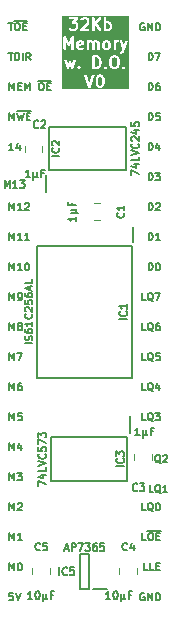
<source format=gto>
%TF.GenerationSoftware,KiCad,Pcbnew,8.0.4*%
%TF.CreationDate,2024-08-22T17:44:24+02:00*%
%TF.ProjectId,Memory 32KB with Output,4d656d6f-7279-4203-9332-4b4220776974,V0*%
%TF.SameCoordinates,PX6d01460PY32de760*%
%TF.FileFunction,Legend,Top*%
%TF.FilePolarity,Positive*%
%FSLAX46Y46*%
G04 Gerber Fmt 4.6, Leading zero omitted, Abs format (unit mm)*
G04 Created by KiCad (PCBNEW 8.0.4) date 2024-08-22 17:44:24*
%MOMM*%
%LPD*%
G01*
G04 APERTURE LIST*
%ADD10C,0.150000*%
%ADD11C,0.200000*%
%ADD12C,0.120000*%
G04 APERTURE END LIST*
D10*
X12794839Y-33305963D02*
X12492458Y-33305963D01*
X12492458Y-33305963D02*
X12492458Y-32670963D01*
X13429839Y-33366439D02*
X13369363Y-33336201D01*
X13369363Y-33336201D02*
X13308887Y-33275725D01*
X13308887Y-33275725D02*
X13218173Y-33185010D01*
X13218173Y-33185010D02*
X13157696Y-33154772D01*
X13157696Y-33154772D02*
X13097220Y-33154772D01*
X13127458Y-33305963D02*
X13066982Y-33275725D01*
X13066982Y-33275725D02*
X13006506Y-33215248D01*
X13006506Y-33215248D02*
X12976268Y-33094296D01*
X12976268Y-33094296D02*
X12976268Y-32882629D01*
X12976268Y-32882629D02*
X13006506Y-32761677D01*
X13006506Y-32761677D02*
X13066982Y-32701201D01*
X13066982Y-32701201D02*
X13127458Y-32670963D01*
X13127458Y-32670963D02*
X13248411Y-32670963D01*
X13248411Y-32670963D02*
X13308887Y-32701201D01*
X13308887Y-32701201D02*
X13369363Y-32761677D01*
X13369363Y-32761677D02*
X13399601Y-32882629D01*
X13399601Y-32882629D02*
X13399601Y-33094296D01*
X13399601Y-33094296D02*
X13369363Y-33215248D01*
X13369363Y-33215248D02*
X13308887Y-33275725D01*
X13308887Y-33275725D02*
X13248411Y-33305963D01*
X13248411Y-33305963D02*
X13127458Y-33305963D01*
X13611268Y-32670963D02*
X14004363Y-32670963D01*
X14004363Y-32670963D02*
X13792696Y-32912867D01*
X13792696Y-32912867D02*
X13883411Y-32912867D01*
X13883411Y-32912867D02*
X13943887Y-32943105D01*
X13943887Y-32943105D02*
X13974125Y-32973344D01*
X13974125Y-32973344D02*
X14004363Y-33033820D01*
X14004363Y-33033820D02*
X14004363Y-33185010D01*
X14004363Y-33185010D02*
X13974125Y-33245486D01*
X13974125Y-33245486D02*
X13943887Y-33275725D01*
X13943887Y-33275725D02*
X13883411Y-33305963D01*
X13883411Y-33305963D02*
X13701982Y-33305963D01*
X13701982Y-33305963D02*
X13641506Y-33275725D01*
X13641506Y-33275725D02*
X13611268Y-33245486D01*
X12794839Y-23145963D02*
X12492458Y-23145963D01*
X12492458Y-23145963D02*
X12492458Y-22510963D01*
X13429839Y-23206439D02*
X13369363Y-23176201D01*
X13369363Y-23176201D02*
X13308887Y-23115725D01*
X13308887Y-23115725D02*
X13218173Y-23025010D01*
X13218173Y-23025010D02*
X13157696Y-22994772D01*
X13157696Y-22994772D02*
X13097220Y-22994772D01*
X13127458Y-23145963D02*
X13066982Y-23115725D01*
X13066982Y-23115725D02*
X13006506Y-23055248D01*
X13006506Y-23055248D02*
X12976268Y-22934296D01*
X12976268Y-22934296D02*
X12976268Y-22722629D01*
X12976268Y-22722629D02*
X13006506Y-22601677D01*
X13006506Y-22601677D02*
X13066982Y-22541201D01*
X13066982Y-22541201D02*
X13127458Y-22510963D01*
X13127458Y-22510963D02*
X13248411Y-22510963D01*
X13248411Y-22510963D02*
X13308887Y-22541201D01*
X13308887Y-22541201D02*
X13369363Y-22601677D01*
X13369363Y-22601677D02*
X13399601Y-22722629D01*
X13399601Y-22722629D02*
X13399601Y-22934296D01*
X13399601Y-22934296D02*
X13369363Y-23055248D01*
X13369363Y-23055248D02*
X13308887Y-23115725D01*
X13308887Y-23115725D02*
X13248411Y-23145963D01*
X13248411Y-23145963D02*
X13127458Y-23145963D01*
X13611268Y-22510963D02*
X14034601Y-22510963D01*
X14034601Y-22510963D02*
X13762458Y-23145963D01*
X12825077Y-43465963D02*
X12522696Y-43465963D01*
X12522696Y-43465963D02*
X12522696Y-42830963D01*
X13157696Y-42830963D02*
X13278649Y-42830963D01*
X13278649Y-42830963D02*
X13339125Y-42861201D01*
X13339125Y-42861201D02*
X13399601Y-42921677D01*
X13399601Y-42921677D02*
X13429839Y-43042629D01*
X13429839Y-43042629D02*
X13429839Y-43254296D01*
X13429839Y-43254296D02*
X13399601Y-43375248D01*
X13399601Y-43375248D02*
X13339125Y-43435725D01*
X13339125Y-43435725D02*
X13278649Y-43465963D01*
X13278649Y-43465963D02*
X13157696Y-43465963D01*
X13157696Y-43465963D02*
X13097220Y-43435725D01*
X13097220Y-43435725D02*
X13036744Y-43375248D01*
X13036744Y-43375248D02*
X13006506Y-43254296D01*
X13006506Y-43254296D02*
X13006506Y-43042629D01*
X13006506Y-43042629D02*
X13036744Y-42921677D01*
X13036744Y-42921677D02*
X13097220Y-42861201D01*
X13097220Y-42861201D02*
X13157696Y-42830963D01*
X13701982Y-43133344D02*
X13913649Y-43133344D01*
X14004363Y-43465963D02*
X13701982Y-43465963D01*
X13701982Y-43465963D02*
X13701982Y-42830963D01*
X13701982Y-42830963D02*
X14004363Y-42830963D01*
X12949054Y-42654675D02*
X14061816Y-42654675D01*
X12794839Y-28225963D02*
X12492458Y-28225963D01*
X12492458Y-28225963D02*
X12492458Y-27590963D01*
X13429839Y-28286439D02*
X13369363Y-28256201D01*
X13369363Y-28256201D02*
X13308887Y-28195725D01*
X13308887Y-28195725D02*
X13218173Y-28105010D01*
X13218173Y-28105010D02*
X13157696Y-28074772D01*
X13157696Y-28074772D02*
X13097220Y-28074772D01*
X13127458Y-28225963D02*
X13066982Y-28195725D01*
X13066982Y-28195725D02*
X13006506Y-28135248D01*
X13006506Y-28135248D02*
X12976268Y-28014296D01*
X12976268Y-28014296D02*
X12976268Y-27802629D01*
X12976268Y-27802629D02*
X13006506Y-27681677D01*
X13006506Y-27681677D02*
X13066982Y-27621201D01*
X13066982Y-27621201D02*
X13127458Y-27590963D01*
X13127458Y-27590963D02*
X13248411Y-27590963D01*
X13248411Y-27590963D02*
X13308887Y-27621201D01*
X13308887Y-27621201D02*
X13369363Y-27681677D01*
X13369363Y-27681677D02*
X13399601Y-27802629D01*
X13399601Y-27802629D02*
X13399601Y-28014296D01*
X13399601Y-28014296D02*
X13369363Y-28135248D01*
X13369363Y-28135248D02*
X13308887Y-28195725D01*
X13308887Y-28195725D02*
X13248411Y-28225963D01*
X13248411Y-28225963D02*
X13127458Y-28225963D01*
X13974125Y-27590963D02*
X13671744Y-27590963D01*
X13671744Y-27590963D02*
X13641506Y-27893344D01*
X13641506Y-27893344D02*
X13671744Y-27863105D01*
X13671744Y-27863105D02*
X13732220Y-27832867D01*
X13732220Y-27832867D02*
X13883411Y-27832867D01*
X13883411Y-27832867D02*
X13943887Y-27863105D01*
X13943887Y-27863105D02*
X13974125Y-27893344D01*
X13974125Y-27893344D02*
X14004363Y-27953820D01*
X14004363Y-27953820D02*
X14004363Y-28105010D01*
X14004363Y-28105010D02*
X13974125Y-28165486D01*
X13974125Y-28165486D02*
X13943887Y-28195725D01*
X13943887Y-28195725D02*
X13883411Y-28225963D01*
X13883411Y-28225963D02*
X13732220Y-28225963D01*
X13732220Y-28225963D02*
X13671744Y-28195725D01*
X13671744Y-28195725D02*
X13641506Y-28165486D01*
X13036744Y-5365963D02*
X13036744Y-4730963D01*
X13036744Y-4730963D02*
X13187934Y-4730963D01*
X13187934Y-4730963D02*
X13278649Y-4761201D01*
X13278649Y-4761201D02*
X13339125Y-4821677D01*
X13339125Y-4821677D02*
X13369363Y-4882153D01*
X13369363Y-4882153D02*
X13399601Y-5003105D01*
X13399601Y-5003105D02*
X13399601Y-5093820D01*
X13399601Y-5093820D02*
X13369363Y-5214772D01*
X13369363Y-5214772D02*
X13339125Y-5275248D01*
X13339125Y-5275248D02*
X13278649Y-5335725D01*
X13278649Y-5335725D02*
X13187934Y-5365963D01*
X13187934Y-5365963D02*
X13036744Y-5365963D01*
X13943887Y-4730963D02*
X13822934Y-4730963D01*
X13822934Y-4730963D02*
X13762458Y-4761201D01*
X13762458Y-4761201D02*
X13732220Y-4791439D01*
X13732220Y-4791439D02*
X13671744Y-4882153D01*
X13671744Y-4882153D02*
X13641506Y-5003105D01*
X13641506Y-5003105D02*
X13641506Y-5245010D01*
X13641506Y-5245010D02*
X13671744Y-5305486D01*
X13671744Y-5305486D02*
X13701982Y-5335725D01*
X13701982Y-5335725D02*
X13762458Y-5365963D01*
X13762458Y-5365963D02*
X13883411Y-5365963D01*
X13883411Y-5365963D02*
X13943887Y-5335725D01*
X13943887Y-5335725D02*
X13974125Y-5305486D01*
X13974125Y-5305486D02*
X14004363Y-5245010D01*
X14004363Y-5245010D02*
X14004363Y-5093820D01*
X14004363Y-5093820D02*
X13974125Y-5033344D01*
X13974125Y-5033344D02*
X13943887Y-5003105D01*
X13943887Y-5003105D02*
X13883411Y-4972867D01*
X13883411Y-4972867D02*
X13762458Y-4972867D01*
X13762458Y-4972867D02*
X13701982Y-5003105D01*
X13701982Y-5003105D02*
X13671744Y-5033344D01*
X13671744Y-5033344D02*
X13641506Y-5093820D01*
X13036744Y-18065963D02*
X13036744Y-17430963D01*
X13036744Y-17430963D02*
X13187934Y-17430963D01*
X13187934Y-17430963D02*
X13278649Y-17461201D01*
X13278649Y-17461201D02*
X13339125Y-17521677D01*
X13339125Y-17521677D02*
X13369363Y-17582153D01*
X13369363Y-17582153D02*
X13399601Y-17703105D01*
X13399601Y-17703105D02*
X13399601Y-17793820D01*
X13399601Y-17793820D02*
X13369363Y-17914772D01*
X13369363Y-17914772D02*
X13339125Y-17975248D01*
X13339125Y-17975248D02*
X13278649Y-18035725D01*
X13278649Y-18035725D02*
X13187934Y-18065963D01*
X13187934Y-18065963D02*
X13036744Y-18065963D01*
X14004363Y-18065963D02*
X13641506Y-18065963D01*
X13822934Y-18065963D02*
X13822934Y-17430963D01*
X13822934Y-17430963D02*
X13762458Y-17521677D01*
X13762458Y-17521677D02*
X13701982Y-17582153D01*
X13701982Y-17582153D02*
X13641506Y-17612391D01*
X13036744Y-15525963D02*
X13036744Y-14890963D01*
X13036744Y-14890963D02*
X13187934Y-14890963D01*
X13187934Y-14890963D02*
X13278649Y-14921201D01*
X13278649Y-14921201D02*
X13339125Y-14981677D01*
X13339125Y-14981677D02*
X13369363Y-15042153D01*
X13369363Y-15042153D02*
X13399601Y-15163105D01*
X13399601Y-15163105D02*
X13399601Y-15253820D01*
X13399601Y-15253820D02*
X13369363Y-15374772D01*
X13369363Y-15374772D02*
X13339125Y-15435248D01*
X13339125Y-15435248D02*
X13278649Y-15495725D01*
X13278649Y-15495725D02*
X13187934Y-15525963D01*
X13187934Y-15525963D02*
X13036744Y-15525963D01*
X13641506Y-14951439D02*
X13671744Y-14921201D01*
X13671744Y-14921201D02*
X13732220Y-14890963D01*
X13732220Y-14890963D02*
X13883411Y-14890963D01*
X13883411Y-14890963D02*
X13943887Y-14921201D01*
X13943887Y-14921201D02*
X13974125Y-14951439D01*
X13974125Y-14951439D02*
X14004363Y-15011915D01*
X14004363Y-15011915D02*
X14004363Y-15072391D01*
X14004363Y-15072391D02*
X13974125Y-15163105D01*
X13974125Y-15163105D02*
X13611268Y-15525963D01*
X13611268Y-15525963D02*
X14004363Y-15525963D01*
X884874Y-13620963D02*
X884874Y-12985963D01*
X884874Y-12985963D02*
X1096541Y-13439534D01*
X1096541Y-13439534D02*
X1308207Y-12985963D01*
X1308207Y-12985963D02*
X1308207Y-13620963D01*
X1943207Y-13620963D02*
X1580350Y-13620963D01*
X1761778Y-13620963D02*
X1761778Y-12985963D01*
X1761778Y-12985963D02*
X1701302Y-13076677D01*
X1701302Y-13076677D02*
X1640826Y-13137153D01*
X1640826Y-13137153D02*
X1580350Y-13167391D01*
X2154874Y-12985963D02*
X2547969Y-12985963D01*
X2547969Y-12985963D02*
X2336302Y-13227867D01*
X2336302Y-13227867D02*
X2427017Y-13227867D01*
X2427017Y-13227867D02*
X2487493Y-13258105D01*
X2487493Y-13258105D02*
X2517731Y-13288344D01*
X2517731Y-13288344D02*
X2547969Y-13348820D01*
X2547969Y-13348820D02*
X2547969Y-13500010D01*
X2547969Y-13500010D02*
X2517731Y-13560486D01*
X2517731Y-13560486D02*
X2487493Y-13590725D01*
X2487493Y-13590725D02*
X2427017Y-13620963D01*
X2427017Y-13620963D02*
X2245588Y-13620963D01*
X2245588Y-13620963D02*
X2185112Y-13590725D01*
X2185112Y-13590725D02*
X2154874Y-13560486D01*
X1265874Y-18065963D02*
X1265874Y-17430963D01*
X1265874Y-17430963D02*
X1477541Y-17884534D01*
X1477541Y-17884534D02*
X1689207Y-17430963D01*
X1689207Y-17430963D02*
X1689207Y-18065963D01*
X2324207Y-18065963D02*
X1961350Y-18065963D01*
X2142778Y-18065963D02*
X2142778Y-17430963D01*
X2142778Y-17430963D02*
X2082302Y-17521677D01*
X2082302Y-17521677D02*
X2021826Y-17582153D01*
X2021826Y-17582153D02*
X1961350Y-17612391D01*
X2928969Y-18065963D02*
X2566112Y-18065963D01*
X2747540Y-18065963D02*
X2747540Y-17430963D01*
X2747540Y-17430963D02*
X2687064Y-17521677D01*
X2687064Y-17521677D02*
X2626588Y-17582153D01*
X2626588Y-17582153D02*
X2566112Y-17612391D01*
X1265874Y-25685963D02*
X1265874Y-25050963D01*
X1265874Y-25050963D02*
X1477541Y-25504534D01*
X1477541Y-25504534D02*
X1689207Y-25050963D01*
X1689207Y-25050963D02*
X1689207Y-25685963D01*
X2082302Y-25323105D02*
X2021826Y-25292867D01*
X2021826Y-25292867D02*
X1991588Y-25262629D01*
X1991588Y-25262629D02*
X1961350Y-25202153D01*
X1961350Y-25202153D02*
X1961350Y-25171915D01*
X1961350Y-25171915D02*
X1991588Y-25111439D01*
X1991588Y-25111439D02*
X2021826Y-25081201D01*
X2021826Y-25081201D02*
X2082302Y-25050963D01*
X2082302Y-25050963D02*
X2203255Y-25050963D01*
X2203255Y-25050963D02*
X2263731Y-25081201D01*
X2263731Y-25081201D02*
X2293969Y-25111439D01*
X2293969Y-25111439D02*
X2324207Y-25171915D01*
X2324207Y-25171915D02*
X2324207Y-25202153D01*
X2324207Y-25202153D02*
X2293969Y-25262629D01*
X2293969Y-25262629D02*
X2263731Y-25292867D01*
X2263731Y-25292867D02*
X2203255Y-25323105D01*
X2203255Y-25323105D02*
X2082302Y-25323105D01*
X2082302Y-25323105D02*
X2021826Y-25353344D01*
X2021826Y-25353344D02*
X1991588Y-25383582D01*
X1991588Y-25383582D02*
X1961350Y-25444058D01*
X1961350Y-25444058D02*
X1961350Y-25565010D01*
X1961350Y-25565010D02*
X1991588Y-25625486D01*
X1991588Y-25625486D02*
X2021826Y-25655725D01*
X2021826Y-25655725D02*
X2082302Y-25685963D01*
X2082302Y-25685963D02*
X2203255Y-25685963D01*
X2203255Y-25685963D02*
X2263731Y-25655725D01*
X2263731Y-25655725D02*
X2293969Y-25625486D01*
X2293969Y-25625486D02*
X2324207Y-25565010D01*
X2324207Y-25565010D02*
X2324207Y-25444058D01*
X2324207Y-25444058D02*
X2293969Y-25383582D01*
X2293969Y-25383582D02*
X2263731Y-25353344D01*
X2263731Y-25353344D02*
X2203255Y-25323105D01*
X1265874Y-7905963D02*
X1265874Y-7270963D01*
X1265874Y-7270963D02*
X1477541Y-7724534D01*
X1477541Y-7724534D02*
X1689207Y-7270963D01*
X1689207Y-7270963D02*
X1689207Y-7905963D01*
X1931112Y-7270963D02*
X2082302Y-7905963D01*
X2082302Y-7905963D02*
X2203255Y-7452391D01*
X2203255Y-7452391D02*
X2324207Y-7905963D01*
X2324207Y-7905963D02*
X2475398Y-7270963D01*
X2717302Y-7573344D02*
X2928969Y-7573344D01*
X3019683Y-7905963D02*
X2717302Y-7905963D01*
X2717302Y-7905963D02*
X2717302Y-7270963D01*
X2717302Y-7270963D02*
X3019683Y-7270963D01*
X1903898Y-7094675D02*
X3077136Y-7094675D01*
X1265874Y-30765963D02*
X1265874Y-30130963D01*
X1265874Y-30130963D02*
X1477541Y-30584534D01*
X1477541Y-30584534D02*
X1689207Y-30130963D01*
X1689207Y-30130963D02*
X1689207Y-30765963D01*
X2263731Y-30130963D02*
X2142778Y-30130963D01*
X2142778Y-30130963D02*
X2082302Y-30161201D01*
X2082302Y-30161201D02*
X2052064Y-30191439D01*
X2052064Y-30191439D02*
X1991588Y-30282153D01*
X1991588Y-30282153D02*
X1961350Y-30403105D01*
X1961350Y-30403105D02*
X1961350Y-30645010D01*
X1961350Y-30645010D02*
X1991588Y-30705486D01*
X1991588Y-30705486D02*
X2021826Y-30735725D01*
X2021826Y-30735725D02*
X2082302Y-30765963D01*
X2082302Y-30765963D02*
X2203255Y-30765963D01*
X2203255Y-30765963D02*
X2263731Y-30735725D01*
X2263731Y-30735725D02*
X2293969Y-30705486D01*
X2293969Y-30705486D02*
X2324207Y-30645010D01*
X2324207Y-30645010D02*
X2324207Y-30493820D01*
X2324207Y-30493820D02*
X2293969Y-30433344D01*
X2293969Y-30433344D02*
X2263731Y-30403105D01*
X2263731Y-30403105D02*
X2203255Y-30372867D01*
X2203255Y-30372867D02*
X2082302Y-30372867D01*
X2082302Y-30372867D02*
X2021826Y-30403105D01*
X2021826Y-30403105D02*
X1991588Y-30433344D01*
X1991588Y-30433344D02*
X1961350Y-30493820D01*
D11*
G36*
X9021192Y-4204024D02*
G01*
X9045861Y-4228692D01*
X9081314Y-4299599D01*
X9123285Y-4467480D01*
X9123285Y-4680956D01*
X9081314Y-4848837D01*
X9045861Y-4919743D01*
X9021192Y-4944413D01*
X8961583Y-4974219D01*
X8913559Y-4974219D01*
X8853949Y-4944414D01*
X8829282Y-4919746D01*
X8793827Y-4848837D01*
X8751857Y-4680956D01*
X8751857Y-4467481D01*
X8793827Y-4299599D01*
X8829281Y-4228692D01*
X8853949Y-4204023D01*
X8913559Y-4174219D01*
X8961583Y-4174219D01*
X9021192Y-4204024D01*
G37*
G36*
X8716885Y-2599296D02*
G01*
X8783958Y-2666369D01*
X8819410Y-2737274D01*
X8861381Y-2905155D01*
X8861381Y-3023393D01*
X8819410Y-3191274D01*
X8783957Y-3262180D01*
X8716886Y-3329253D01*
X8611821Y-3364275D01*
X8489953Y-3364275D01*
X8489953Y-2564275D01*
X8611821Y-2564275D01*
X8716885Y-2599296D01*
G37*
G36*
X10283096Y-2594079D02*
G01*
X10347275Y-2658258D01*
X10385190Y-2809917D01*
X10385190Y-3118631D01*
X10347274Y-3270291D01*
X10283098Y-3334469D01*
X10223488Y-3364275D01*
X10080226Y-3364275D01*
X10020616Y-3334470D01*
X9956439Y-3270292D01*
X9918524Y-3118631D01*
X9918524Y-2809918D01*
X9956439Y-2658258D01*
X10020618Y-2594079D01*
X10080226Y-2564275D01*
X10223488Y-2564275D01*
X10283096Y-2594079D01*
G37*
G36*
X7386844Y-1309819D02*
G01*
X7404294Y-1344719D01*
X7132809Y-1399016D01*
X7132809Y-1354128D01*
X7154964Y-1309818D01*
X7199273Y-1287664D01*
X7342535Y-1287664D01*
X7386844Y-1309819D01*
G37*
G36*
X9592620Y-1317469D02*
G01*
X9617289Y-1342137D01*
X9647094Y-1401747D01*
X9647094Y-1640247D01*
X9617289Y-1699855D01*
X9592620Y-1724525D01*
X9533011Y-1754331D01*
X9437368Y-1754331D01*
X9377758Y-1724526D01*
X9353091Y-1699858D01*
X9323285Y-1640246D01*
X9323285Y-1401747D01*
X9353090Y-1342137D01*
X9377758Y-1317468D01*
X9437368Y-1287664D01*
X9533011Y-1287664D01*
X9592620Y-1317469D01*
G37*
G36*
X9687859Y292475D02*
G01*
X9712528Y267807D01*
X9742333Y208197D01*
X9742333Y-30303D01*
X9712528Y-89911D01*
X9687859Y-114581D01*
X9628250Y-144387D01*
X9484988Y-144387D01*
X9466143Y-134964D01*
X9466143Y312858D01*
X9484988Y322280D01*
X9628250Y322280D01*
X9687859Y292475D01*
G37*
G36*
X11385704Y-5285330D02*
G01*
X5726460Y-5285330D01*
X5726460Y-4086726D01*
X7600261Y-4086726D01*
X7604608Y-4105842D01*
X7937941Y-5105841D01*
X7945932Y-5123742D01*
X7950615Y-5129141D01*
X7953810Y-5135531D01*
X7963281Y-5143746D01*
X7971497Y-5153218D01*
X7977885Y-5156412D01*
X7983286Y-5161096D01*
X7995187Y-5165063D01*
X8006396Y-5170667D01*
X8013520Y-5171173D01*
X8020302Y-5173434D01*
X8032811Y-5172544D01*
X8045316Y-5173434D01*
X8052094Y-5171174D01*
X8059222Y-5170668D01*
X8070438Y-5165059D01*
X8082332Y-5161095D01*
X8087729Y-5156414D01*
X8094121Y-5153218D01*
X8102339Y-5143742D01*
X8111808Y-5135530D01*
X8115001Y-5129143D01*
X8119686Y-5123742D01*
X8127677Y-5105842D01*
X8344567Y-4455171D01*
X8551857Y-4455171D01*
X8551857Y-4693266D01*
X8552192Y-4696668D01*
X8551975Y-4698127D01*
X8553054Y-4705424D01*
X8553778Y-4712775D01*
X8554342Y-4714138D01*
X8554843Y-4717520D01*
X8602462Y-4907995D01*
X8602975Y-4909432D01*
X8603027Y-4910155D01*
X8606135Y-4918279D01*
X8609057Y-4926456D01*
X8609487Y-4927036D01*
X8610033Y-4928463D01*
X8657652Y-5023701D01*
X8662935Y-5032093D01*
X8663947Y-5034537D01*
X8666203Y-5037286D01*
X8668095Y-5040291D01*
X8670089Y-5042020D01*
X8676384Y-5049690D01*
X8724002Y-5097310D01*
X8731670Y-5103603D01*
X8733402Y-5105600D01*
X8736410Y-5107493D01*
X8739156Y-5109747D01*
X8741596Y-5110757D01*
X8749993Y-5116043D01*
X8845230Y-5163662D01*
X8863539Y-5170668D01*
X8867122Y-5170922D01*
X8870443Y-5172298D01*
X8889952Y-5174219D01*
X8985190Y-5174219D01*
X9004699Y-5172298D01*
X9008019Y-5170922D01*
X9011603Y-5170668D01*
X9029911Y-5163662D01*
X9125149Y-5116043D01*
X9133544Y-5110758D01*
X9135986Y-5109747D01*
X9138733Y-5107491D01*
X9141739Y-5105600D01*
X9143469Y-5103605D01*
X9151139Y-5097310D01*
X9198758Y-5049690D01*
X9205050Y-5042023D01*
X9207047Y-5040292D01*
X9208940Y-5037284D01*
X9211195Y-5034537D01*
X9212206Y-5032095D01*
X9217490Y-5023701D01*
X9265109Y-4928464D01*
X9265655Y-4927035D01*
X9266085Y-4926456D01*
X9269006Y-4918279D01*
X9272115Y-4910155D01*
X9272166Y-4909434D01*
X9272680Y-4907996D01*
X9320299Y-4717520D01*
X9320799Y-4714138D01*
X9321364Y-4712775D01*
X9322087Y-4705424D01*
X9323167Y-4698127D01*
X9322949Y-4696668D01*
X9323285Y-4693266D01*
X9323285Y-4455171D01*
X9322949Y-4451768D01*
X9323167Y-4450310D01*
X9322087Y-4443012D01*
X9321364Y-4435662D01*
X9320799Y-4434298D01*
X9320299Y-4430917D01*
X9272680Y-4240441D01*
X9272166Y-4239002D01*
X9272115Y-4238282D01*
X9269006Y-4230157D01*
X9266085Y-4221981D01*
X9265655Y-4221401D01*
X9265109Y-4219973D01*
X9217490Y-4124736D01*
X9212204Y-4116339D01*
X9211194Y-4113899D01*
X9208940Y-4111153D01*
X9207047Y-4108145D01*
X9205049Y-4106412D01*
X9198757Y-4098746D01*
X9151139Y-4051127D01*
X9143468Y-4044832D01*
X9141739Y-4042838D01*
X9138731Y-4040944D01*
X9135985Y-4038691D01*
X9133545Y-4037680D01*
X9125149Y-4032395D01*
X9029911Y-3984776D01*
X9011603Y-3977770D01*
X9008019Y-3977515D01*
X9004699Y-3976140D01*
X8985190Y-3974219D01*
X8889952Y-3974219D01*
X8870443Y-3976140D01*
X8867122Y-3977515D01*
X8863539Y-3977770D01*
X8845230Y-3984776D01*
X8749993Y-4032395D01*
X8741596Y-4037680D01*
X8739156Y-4038691D01*
X8736410Y-4040944D01*
X8733402Y-4042838D01*
X8731669Y-4044835D01*
X8724003Y-4051128D01*
X8676384Y-4098746D01*
X8670089Y-4106416D01*
X8668095Y-4108146D01*
X8666201Y-4111153D01*
X8663948Y-4113900D01*
X8662937Y-4116339D01*
X8657652Y-4124736D01*
X8610033Y-4219974D01*
X8609487Y-4221400D01*
X8609057Y-4221981D01*
X8606135Y-4230157D01*
X8603027Y-4238282D01*
X8602975Y-4239004D01*
X8602462Y-4240442D01*
X8554843Y-4430917D01*
X8554342Y-4434298D01*
X8553778Y-4435662D01*
X8553054Y-4443012D01*
X8551975Y-4450310D01*
X8552192Y-4451768D01*
X8551857Y-4455171D01*
X8344567Y-4455171D01*
X8461010Y-4105842D01*
X8465357Y-4086727D01*
X8462591Y-4047807D01*
X8445141Y-4012908D01*
X8415665Y-3987343D01*
X8378649Y-3975004D01*
X8339729Y-3977771D01*
X8304830Y-3995220D01*
X8279265Y-4024696D01*
X8271274Y-4042597D01*
X8032809Y-4757991D01*
X7794344Y-4042596D01*
X7786353Y-4024696D01*
X7760788Y-3995220D01*
X7725889Y-3977770D01*
X7686969Y-3975004D01*
X7649953Y-3987342D01*
X7620477Y-4012907D01*
X7603027Y-4047806D01*
X7600261Y-4086726D01*
X5726460Y-4086726D01*
X5726460Y-2805794D01*
X5909336Y-2805794D01*
X5912849Y-2825080D01*
X6103325Y-3491747D01*
X6110531Y-3509978D01*
X6114501Y-3514979D01*
X6117014Y-3520842D01*
X6126525Y-3530124D01*
X6134792Y-3540537D01*
X6140369Y-3543635D01*
X6144938Y-3548094D01*
X6157287Y-3553033D01*
X6168900Y-3559485D01*
X6175235Y-3560213D01*
X6181165Y-3562585D01*
X6194458Y-3562422D01*
X6207663Y-3563940D01*
X6213802Y-3562185D01*
X6220180Y-3562108D01*
X6232390Y-3556875D01*
X6245180Y-3553221D01*
X6250181Y-3549250D01*
X6256044Y-3546738D01*
X6265326Y-3537226D01*
X6275739Y-3528960D01*
X6278837Y-3523382D01*
X6283296Y-3518814D01*
X6292325Y-3501414D01*
X6389953Y-3257343D01*
X6487581Y-3501414D01*
X6496610Y-3518814D01*
X6501068Y-3523382D01*
X6504167Y-3528960D01*
X6514579Y-3537226D01*
X6523862Y-3546738D01*
X6529725Y-3549250D01*
X6534726Y-3553221D01*
X6547513Y-3556874D01*
X6559725Y-3562108D01*
X6566103Y-3562185D01*
X6572243Y-3563940D01*
X6585454Y-3562421D01*
X6598741Y-3562584D01*
X6604664Y-3560214D01*
X6611006Y-3559486D01*
X6622629Y-3553028D01*
X6634968Y-3548093D01*
X6639534Y-3543636D01*
X6645114Y-3540537D01*
X6653381Y-3530123D01*
X6662892Y-3520842D01*
X6665404Y-3514979D01*
X6669375Y-3509978D01*
X6676581Y-3491747D01*
X6703610Y-3397147D01*
X7006160Y-3397147D01*
X7006160Y-3436165D01*
X7009020Y-3443069D01*
X7021092Y-3472214D01*
X7021096Y-3472218D01*
X7033528Y-3487367D01*
X7081147Y-3534985D01*
X7096300Y-3547422D01*
X7105303Y-3551151D01*
X7132349Y-3562354D01*
X7171367Y-3562354D01*
X7207415Y-3547422D01*
X7222569Y-3534986D01*
X7270187Y-3487367D01*
X7282624Y-3472214D01*
X7289303Y-3456089D01*
X7297555Y-3436166D01*
X7297556Y-3397148D01*
X7282625Y-3361099D01*
X7270188Y-3345946D01*
X7222569Y-3298326D01*
X7207416Y-3285889D01*
X7185222Y-3276696D01*
X7171367Y-3270957D01*
X7132349Y-3270957D01*
X7121791Y-3275330D01*
X7096301Y-3285888D01*
X7096300Y-3285889D01*
X7081146Y-3298326D01*
X7033528Y-3345946D01*
X7021091Y-3361099D01*
X7012795Y-3381128D01*
X7006160Y-3397147D01*
X6703610Y-3397147D01*
X6867057Y-2825080D01*
X6870570Y-2805794D01*
X6866115Y-2767031D01*
X6847167Y-2732923D01*
X6816608Y-2708662D01*
X6779091Y-2697943D01*
X6740328Y-2702398D01*
X6706220Y-2721346D01*
X6681959Y-2751905D01*
X6674753Y-2770136D01*
X6564638Y-3155538D01*
X6482801Y-2950945D01*
X6473772Y-2933545D01*
X6472903Y-2932655D01*
X6472416Y-2931517D01*
X6459319Y-2918736D01*
X6446520Y-2905621D01*
X6445379Y-2905132D01*
X6444492Y-2904266D01*
X6427478Y-2897460D01*
X6410656Y-2890251D01*
X6409417Y-2890235D01*
X6408265Y-2889775D01*
X6389974Y-2889998D01*
X6371641Y-2889774D01*
X6370486Y-2890235D01*
X6369249Y-2890251D01*
X6352454Y-2897448D01*
X6335414Y-2904265D01*
X6334524Y-2905133D01*
X6333386Y-2905621D01*
X6320595Y-2918726D01*
X6307490Y-2931517D01*
X6307002Y-2932655D01*
X6306134Y-2933545D01*
X6297105Y-2950945D01*
X6215267Y-3155538D01*
X6105153Y-2770136D01*
X6097947Y-2751905D01*
X6073686Y-2721346D01*
X6039578Y-2702397D01*
X6000815Y-2697943D01*
X5963298Y-2708662D01*
X5932739Y-2732923D01*
X5913790Y-2767031D01*
X5909336Y-2805794D01*
X5726460Y-2805794D01*
X5726460Y-2464275D01*
X8289953Y-2464275D01*
X8289953Y-3464275D01*
X8291874Y-3483784D01*
X8306806Y-3519832D01*
X8334396Y-3547422D01*
X8370444Y-3562354D01*
X8389953Y-3564275D01*
X8628048Y-3564275D01*
X8637921Y-3563302D01*
X8640555Y-3563490D01*
X8644018Y-3562702D01*
X8647557Y-3562354D01*
X8649999Y-3561342D01*
X8659671Y-3559143D01*
X8802527Y-3511524D01*
X8820428Y-3503533D01*
X8823143Y-3501178D01*
X8826463Y-3499803D01*
X8841616Y-3487366D01*
X8931834Y-3397147D01*
X9244255Y-3397147D01*
X9244255Y-3436165D01*
X9247115Y-3443069D01*
X9259187Y-3472214D01*
X9259191Y-3472218D01*
X9271623Y-3487367D01*
X9319242Y-3534985D01*
X9334395Y-3547422D01*
X9343398Y-3551151D01*
X9370444Y-3562354D01*
X9409462Y-3562354D01*
X9445510Y-3547422D01*
X9460664Y-3534986D01*
X9508282Y-3487367D01*
X9520719Y-3472214D01*
X9527398Y-3456089D01*
X9535650Y-3436166D01*
X9535651Y-3397148D01*
X9520720Y-3361099D01*
X9508283Y-3345946D01*
X9460664Y-3298326D01*
X9445511Y-3285889D01*
X9423317Y-3276696D01*
X9409462Y-3270957D01*
X9370444Y-3270957D01*
X9359886Y-3275330D01*
X9334396Y-3285888D01*
X9334395Y-3285889D01*
X9319241Y-3298326D01*
X9271623Y-3345946D01*
X9259186Y-3361099D01*
X9250890Y-3381128D01*
X9244255Y-3397147D01*
X8931834Y-3397147D01*
X8936854Y-3392127D01*
X8943146Y-3384460D01*
X8945143Y-3382729D01*
X8947036Y-3379721D01*
X8949291Y-3376974D01*
X8950302Y-3374532D01*
X8955586Y-3366138D01*
X9003205Y-3270901D01*
X9003751Y-3269472D01*
X9004181Y-3268893D01*
X9007102Y-3260716D01*
X9010211Y-3252592D01*
X9010262Y-3251871D01*
X9010776Y-3250433D01*
X9058395Y-3059957D01*
X9058895Y-3056575D01*
X9059460Y-3055212D01*
X9060183Y-3047861D01*
X9061263Y-3040564D01*
X9061045Y-3039105D01*
X9061381Y-3035703D01*
X9061381Y-2892846D01*
X9061045Y-2889443D01*
X9061263Y-2887985D01*
X9060183Y-2880687D01*
X9059460Y-2873337D01*
X9058895Y-2871973D01*
X9058395Y-2868592D01*
X9040649Y-2797608D01*
X9718524Y-2797608D01*
X9718524Y-3130941D01*
X9718859Y-3134343D01*
X9718642Y-3135802D01*
X9719721Y-3143099D01*
X9720445Y-3150450D01*
X9721009Y-3151813D01*
X9721510Y-3155195D01*
X9769129Y-3345670D01*
X9775724Y-3364131D01*
X9780149Y-3370103D01*
X9782995Y-3376974D01*
X9795432Y-3392127D01*
X9890670Y-3487367D01*
X9898338Y-3493660D01*
X9900069Y-3495656D01*
X9903076Y-3497549D01*
X9905823Y-3499803D01*
X9908263Y-3500813D01*
X9916660Y-3506099D01*
X10011897Y-3553718D01*
X10030206Y-3560724D01*
X10033789Y-3560978D01*
X10037110Y-3562354D01*
X10056619Y-3564275D01*
X10247095Y-3564275D01*
X10266604Y-3562354D01*
X10269924Y-3560978D01*
X10273508Y-3560724D01*
X10291816Y-3553718D01*
X10387054Y-3506099D01*
X10395449Y-3500814D01*
X10397891Y-3499803D01*
X10400638Y-3497547D01*
X10403644Y-3495656D01*
X10405374Y-3493661D01*
X10413044Y-3487366D01*
X10503262Y-3397147D01*
X10768064Y-3397147D01*
X10768064Y-3436165D01*
X10770924Y-3443069D01*
X10782996Y-3472214D01*
X10783000Y-3472218D01*
X10795432Y-3487367D01*
X10843051Y-3534985D01*
X10858204Y-3547422D01*
X10867207Y-3551151D01*
X10894253Y-3562354D01*
X10933271Y-3562354D01*
X10969319Y-3547422D01*
X10984473Y-3534986D01*
X11032091Y-3487367D01*
X11044528Y-3472214D01*
X11051207Y-3456089D01*
X11059459Y-3436166D01*
X11059460Y-3397148D01*
X11044529Y-3361099D01*
X11032092Y-3345946D01*
X10984473Y-3298326D01*
X10969320Y-3285889D01*
X10947126Y-3276696D01*
X10933271Y-3270957D01*
X10894253Y-3270957D01*
X10883695Y-3275330D01*
X10858205Y-3285888D01*
X10858204Y-3285889D01*
X10843050Y-3298326D01*
X10795432Y-3345946D01*
X10782995Y-3361099D01*
X10774699Y-3381128D01*
X10768064Y-3397147D01*
X10503262Y-3397147D01*
X10508282Y-3392127D01*
X10520719Y-3376974D01*
X10523564Y-3370103D01*
X10527990Y-3364131D01*
X10534585Y-3345671D01*
X10582204Y-3155195D01*
X10582704Y-3151813D01*
X10583269Y-3150450D01*
X10583992Y-3143099D01*
X10585072Y-3135802D01*
X10584854Y-3134343D01*
X10585190Y-3130941D01*
X10585190Y-2797608D01*
X10584854Y-2794205D01*
X10585072Y-2792747D01*
X10583992Y-2785449D01*
X10583269Y-2778099D01*
X10582704Y-2776735D01*
X10582204Y-2773354D01*
X10534585Y-2582878D01*
X10527990Y-2564418D01*
X10523563Y-2558443D01*
X10520718Y-2551575D01*
X10508282Y-2536421D01*
X10413044Y-2441183D01*
X10405373Y-2434888D01*
X10403644Y-2432894D01*
X10400636Y-2431000D01*
X10397890Y-2428747D01*
X10395450Y-2427736D01*
X10387054Y-2422451D01*
X10291816Y-2374832D01*
X10273508Y-2367826D01*
X10269924Y-2367571D01*
X10266604Y-2366196D01*
X10247095Y-2364275D01*
X10056619Y-2364275D01*
X10037110Y-2366196D01*
X10033789Y-2367571D01*
X10030206Y-2367826D01*
X10011897Y-2374832D01*
X9916660Y-2422451D01*
X9908261Y-2427737D01*
X9905824Y-2428747D01*
X9903080Y-2430998D01*
X9900069Y-2432894D01*
X9898336Y-2434891D01*
X9890670Y-2441183D01*
X9795432Y-2536421D01*
X9782996Y-2551575D01*
X9780150Y-2558443D01*
X9775724Y-2564418D01*
X9769129Y-2582879D01*
X9721510Y-2773354D01*
X9721009Y-2776735D01*
X9720445Y-2778099D01*
X9719721Y-2785449D01*
X9718642Y-2792747D01*
X9718859Y-2794205D01*
X9718524Y-2797608D01*
X9040649Y-2797608D01*
X9010776Y-2678116D01*
X9010262Y-2676677D01*
X9010211Y-2675957D01*
X9007102Y-2667832D01*
X9004181Y-2659656D01*
X9003751Y-2659076D01*
X9003205Y-2657648D01*
X8955586Y-2562411D01*
X8950299Y-2554012D01*
X8949290Y-2551575D01*
X8947038Y-2548831D01*
X8945143Y-2545820D01*
X8943145Y-2544087D01*
X8936854Y-2536421D01*
X8841616Y-2441183D01*
X8826462Y-2428747D01*
X8823143Y-2427372D01*
X8820428Y-2425017D01*
X8802527Y-2417026D01*
X8659671Y-2369407D01*
X8649999Y-2367207D01*
X8647557Y-2366196D01*
X8644018Y-2365847D01*
X8640555Y-2365060D01*
X8637921Y-2365247D01*
X8628048Y-2364275D01*
X8389953Y-2364275D01*
X8370444Y-2366196D01*
X8334396Y-2381128D01*
X8306806Y-2408718D01*
X8291874Y-2444766D01*
X8289953Y-2464275D01*
X5726460Y-2464275D01*
X5726460Y-2175157D01*
X10600261Y-2175157D01*
X10603027Y-2214077D01*
X10620476Y-2248976D01*
X10649953Y-2274540D01*
X10686969Y-2286879D01*
X10725889Y-2284113D01*
X10744197Y-2277107D01*
X10839435Y-2229488D01*
X10847831Y-2224202D01*
X10850271Y-2223192D01*
X10853017Y-2220938D01*
X10856025Y-2219045D01*
X10857754Y-2217050D01*
X10865425Y-2210756D01*
X10913043Y-2163137D01*
X10925480Y-2147984D01*
X10925717Y-2147409D01*
X10926152Y-2146965D01*
X10935181Y-2129565D01*
X11030419Y-1891470D01*
X11030943Y-1889663D01*
X11031745Y-1887965D01*
X11269840Y-1221298D01*
X11274593Y-1202279D01*
X11272655Y-1163309D01*
X11255952Y-1128047D01*
X11227026Y-1101861D01*
X11190281Y-1088738D01*
X11151311Y-1090675D01*
X11116049Y-1107379D01*
X11089862Y-1136304D01*
X11081492Y-1154031D01*
X10937571Y-1557009D01*
X10793650Y-1154030D01*
X10785280Y-1136304D01*
X10759093Y-1107378D01*
X10723831Y-1090675D01*
X10684861Y-1088737D01*
X10648116Y-1101860D01*
X10619190Y-1128047D01*
X10602487Y-1163309D01*
X10600549Y-1202279D01*
X10605302Y-1221298D01*
X10830669Y-1852326D01*
X10757107Y-2036229D01*
X10735478Y-2057858D01*
X10654755Y-2098221D01*
X10638164Y-2108664D01*
X10612600Y-2138141D01*
X10600261Y-2175157D01*
X5726460Y-2175157D01*
X5726460Y-854331D01*
X5837571Y-854331D01*
X5837571Y-1854331D01*
X5839492Y-1873840D01*
X5854424Y-1909888D01*
X5882014Y-1937478D01*
X5918062Y-1952410D01*
X5957080Y-1952410D01*
X5993128Y-1937478D01*
X6020718Y-1909888D01*
X6035650Y-1873840D01*
X6037571Y-1854331D01*
X6037571Y-1305087D01*
X6180286Y-1610905D01*
X6184518Y-1618050D01*
X6185398Y-1620468D01*
X6186963Y-1622177D01*
X6190277Y-1627771D01*
X6201487Y-1638037D01*
X6211749Y-1649243D01*
X6215774Y-1651121D01*
X6219052Y-1654123D01*
X6233334Y-1659316D01*
X6247107Y-1665744D01*
X6251546Y-1665939D01*
X6255721Y-1667457D01*
X6270904Y-1666789D01*
X6286087Y-1667457D01*
X6290260Y-1665939D01*
X6294702Y-1665744D01*
X6308486Y-1659311D01*
X6322756Y-1654122D01*
X6326029Y-1651124D01*
X6330059Y-1649244D01*
X6340328Y-1638029D01*
X6351531Y-1627771D01*
X6354842Y-1622180D01*
X6356411Y-1620468D01*
X6357291Y-1618046D01*
X6361522Y-1610905D01*
X6504237Y-1305086D01*
X6504237Y-1854331D01*
X6506158Y-1873840D01*
X6521090Y-1909888D01*
X6548680Y-1937478D01*
X6584728Y-1952410D01*
X6623746Y-1952410D01*
X6659794Y-1937478D01*
X6687384Y-1909888D01*
X6702316Y-1873840D01*
X6704237Y-1854331D01*
X6704237Y-1330521D01*
X6932809Y-1330521D01*
X6932809Y-1711473D01*
X6934730Y-1730982D01*
X6936105Y-1734302D01*
X6936360Y-1737885D01*
X6943366Y-1756194D01*
X6990985Y-1851433D01*
X6993038Y-1854696D01*
X6993552Y-1856235D01*
X6995214Y-1858151D01*
X7001428Y-1868023D01*
X7010899Y-1876237D01*
X7019116Y-1885712D01*
X7028986Y-1891924D01*
X7030904Y-1893588D01*
X7032444Y-1894101D01*
X7035707Y-1896155D01*
X7130944Y-1943774D01*
X7149253Y-1950780D01*
X7152836Y-1951034D01*
X7156157Y-1952410D01*
X7175666Y-1954331D01*
X7366142Y-1954331D01*
X7385651Y-1952410D01*
X7388971Y-1951034D01*
X7392555Y-1950780D01*
X7410863Y-1943774D01*
X7506101Y-1896155D01*
X7522691Y-1885712D01*
X7548256Y-1856235D01*
X7560594Y-1819219D01*
X7557829Y-1780299D01*
X7540380Y-1745401D01*
X7510903Y-1719836D01*
X7473887Y-1707497D01*
X7434967Y-1710263D01*
X7416658Y-1717269D01*
X7342535Y-1754331D01*
X7199273Y-1754331D01*
X7154963Y-1732176D01*
X7132809Y-1687866D01*
X7132809Y-1602977D01*
X7528505Y-1523838D01*
X7528508Y-1523838D01*
X7528510Y-1523836D01*
X7528610Y-1523817D01*
X7547364Y-1518107D01*
X7555504Y-1512655D01*
X7564556Y-1508906D01*
X7571557Y-1501904D01*
X7579783Y-1496396D01*
X7585217Y-1488244D01*
X7592146Y-1481316D01*
X7595935Y-1472168D01*
X7601427Y-1463931D01*
X7603328Y-1454320D01*
X7607078Y-1445268D01*
X7608999Y-1425759D01*
X7608999Y-1330521D01*
X7607078Y-1311012D01*
X7605702Y-1307691D01*
X7605448Y-1304108D01*
X7598442Y-1285799D01*
X7550823Y-1190562D01*
X7548998Y-1187664D01*
X7837571Y-1187664D01*
X7837571Y-1854331D01*
X7839492Y-1873840D01*
X7854424Y-1909888D01*
X7882014Y-1937478D01*
X7918062Y-1952410D01*
X7957080Y-1952410D01*
X7993128Y-1937478D01*
X8020718Y-1909888D01*
X8035650Y-1873840D01*
X8037571Y-1854331D01*
X8037571Y-1324323D01*
X8044425Y-1317468D01*
X8104035Y-1287664D01*
X8199678Y-1287664D01*
X8243987Y-1309819D01*
X8266142Y-1354128D01*
X8266142Y-1854331D01*
X8268063Y-1873840D01*
X8282995Y-1909888D01*
X8310585Y-1937478D01*
X8346633Y-1952410D01*
X8385651Y-1952410D01*
X8421699Y-1937478D01*
X8449289Y-1909888D01*
X8464221Y-1873840D01*
X8466142Y-1854331D01*
X8466142Y-1354128D01*
X8488297Y-1309818D01*
X8532606Y-1287664D01*
X8628249Y-1287664D01*
X8672559Y-1309818D01*
X8694714Y-1354128D01*
X8694714Y-1854331D01*
X8696635Y-1873840D01*
X8711567Y-1909888D01*
X8739157Y-1937478D01*
X8775205Y-1952410D01*
X8814223Y-1952410D01*
X8850271Y-1937478D01*
X8877861Y-1909888D01*
X8892793Y-1873840D01*
X8894714Y-1854331D01*
X8894714Y-1378140D01*
X9123285Y-1378140D01*
X9123285Y-1663854D01*
X9125206Y-1683363D01*
X9126581Y-1686683D01*
X9126836Y-1690267D01*
X9133842Y-1708575D01*
X9181461Y-1803813D01*
X9186744Y-1812205D01*
X9187756Y-1814649D01*
X9190012Y-1817398D01*
X9191904Y-1820403D01*
X9193898Y-1822132D01*
X9200193Y-1829802D01*
X9247811Y-1877422D01*
X9255479Y-1883715D01*
X9257211Y-1885712D01*
X9260219Y-1887605D01*
X9262965Y-1889859D01*
X9265405Y-1890869D01*
X9273802Y-1896155D01*
X9369039Y-1943774D01*
X9387348Y-1950780D01*
X9390931Y-1951034D01*
X9394252Y-1952410D01*
X9413761Y-1954331D01*
X9556618Y-1954331D01*
X9576127Y-1952410D01*
X9579447Y-1951034D01*
X9583031Y-1950780D01*
X9601339Y-1943774D01*
X9696577Y-1896155D01*
X9704972Y-1890870D01*
X9707414Y-1889859D01*
X9710161Y-1887603D01*
X9713167Y-1885712D01*
X9714897Y-1883717D01*
X9722567Y-1877422D01*
X9770186Y-1829802D01*
X9776478Y-1822135D01*
X9778475Y-1820404D01*
X9780368Y-1817396D01*
X9782623Y-1814649D01*
X9783634Y-1812207D01*
X9788918Y-1803813D01*
X9836537Y-1708576D01*
X9843543Y-1690267D01*
X9843797Y-1686683D01*
X9845173Y-1683363D01*
X9847094Y-1663854D01*
X9847094Y-1378140D01*
X9845173Y-1358631D01*
X9843797Y-1355310D01*
X9843543Y-1351727D01*
X9836537Y-1333418D01*
X9788918Y-1238181D01*
X9783632Y-1229784D01*
X9782622Y-1227344D01*
X9780368Y-1224598D01*
X9778475Y-1221590D01*
X9776477Y-1219857D01*
X9770185Y-1212191D01*
X9745659Y-1187664D01*
X10075666Y-1187664D01*
X10075666Y-1854331D01*
X10077587Y-1873840D01*
X10092519Y-1909888D01*
X10120109Y-1937478D01*
X10156157Y-1952410D01*
X10195175Y-1952410D01*
X10231223Y-1937478D01*
X10258813Y-1909888D01*
X10273745Y-1873840D01*
X10275666Y-1854331D01*
X10275666Y-1401747D01*
X10305471Y-1342137D01*
X10330139Y-1317468D01*
X10389749Y-1287664D01*
X10461380Y-1287664D01*
X10480889Y-1285743D01*
X10516937Y-1270811D01*
X10544527Y-1243221D01*
X10559459Y-1207173D01*
X10559459Y-1168155D01*
X10544527Y-1132107D01*
X10516937Y-1104517D01*
X10480889Y-1089585D01*
X10461380Y-1087664D01*
X10366142Y-1087664D01*
X10346633Y-1089585D01*
X10343312Y-1090960D01*
X10339729Y-1091215D01*
X10321420Y-1098221D01*
X10257091Y-1130385D01*
X10231223Y-1104517D01*
X10195175Y-1089585D01*
X10156157Y-1089585D01*
X10120109Y-1104517D01*
X10092519Y-1132107D01*
X10077587Y-1168155D01*
X10075666Y-1187664D01*
X9745659Y-1187664D01*
X9722567Y-1164572D01*
X9714896Y-1158277D01*
X9713167Y-1156283D01*
X9710159Y-1154389D01*
X9707413Y-1152136D01*
X9704973Y-1151125D01*
X9696577Y-1145840D01*
X9601339Y-1098221D01*
X9583031Y-1091215D01*
X9579447Y-1090960D01*
X9576127Y-1089585D01*
X9556618Y-1087664D01*
X9413761Y-1087664D01*
X9394252Y-1089585D01*
X9390931Y-1090960D01*
X9387348Y-1091215D01*
X9369039Y-1098221D01*
X9273802Y-1145840D01*
X9265405Y-1151125D01*
X9262965Y-1152136D01*
X9260219Y-1154389D01*
X9257211Y-1156283D01*
X9255478Y-1158280D01*
X9247812Y-1164573D01*
X9200193Y-1212191D01*
X9193898Y-1219861D01*
X9191904Y-1221591D01*
X9190010Y-1224598D01*
X9187757Y-1227345D01*
X9186746Y-1229784D01*
X9181461Y-1238181D01*
X9133842Y-1333419D01*
X9126836Y-1351727D01*
X9126581Y-1355310D01*
X9125206Y-1358631D01*
X9123285Y-1378140D01*
X8894714Y-1378140D01*
X8894714Y-1330521D01*
X8892793Y-1311012D01*
X8891417Y-1307691D01*
X8891163Y-1304108D01*
X8884157Y-1285799D01*
X8836538Y-1190562D01*
X8834484Y-1187299D01*
X8833971Y-1185759D01*
X8832307Y-1183841D01*
X8826095Y-1173971D01*
X8816620Y-1165754D01*
X8808406Y-1156283D01*
X8798534Y-1150069D01*
X8796618Y-1148407D01*
X8795079Y-1147893D01*
X8791816Y-1145840D01*
X8696577Y-1098221D01*
X8678268Y-1091215D01*
X8674685Y-1090960D01*
X8671365Y-1089585D01*
X8651856Y-1087664D01*
X8508999Y-1087664D01*
X8489490Y-1089585D01*
X8486169Y-1090960D01*
X8482586Y-1091215D01*
X8464277Y-1098221D01*
X8369040Y-1145840D01*
X8366141Y-1147664D01*
X8363244Y-1145840D01*
X8268006Y-1098221D01*
X8249698Y-1091215D01*
X8246114Y-1090960D01*
X8242794Y-1089585D01*
X8223285Y-1087664D01*
X8080428Y-1087664D01*
X8060919Y-1089585D01*
X8057598Y-1090960D01*
X8054015Y-1091215D01*
X8035706Y-1098221D01*
X8003123Y-1114512D01*
X7993128Y-1104517D01*
X7957080Y-1089585D01*
X7918062Y-1089585D01*
X7882014Y-1104517D01*
X7854424Y-1132107D01*
X7839492Y-1168155D01*
X7837571Y-1187664D01*
X7548998Y-1187664D01*
X7548768Y-1187298D01*
X7548256Y-1185760D01*
X7546594Y-1183844D01*
X7540380Y-1173971D01*
X7530904Y-1165753D01*
X7522691Y-1156283D01*
X7512819Y-1150069D01*
X7510903Y-1148407D01*
X7509364Y-1147893D01*
X7506101Y-1145840D01*
X7410863Y-1098221D01*
X7392555Y-1091215D01*
X7388971Y-1090960D01*
X7385651Y-1089585D01*
X7366142Y-1087664D01*
X7175666Y-1087664D01*
X7156157Y-1089585D01*
X7152836Y-1090960D01*
X7149253Y-1091215D01*
X7130944Y-1098221D01*
X7035707Y-1145840D01*
X7032443Y-1147894D01*
X7030905Y-1148407D01*
X7028989Y-1150068D01*
X7019116Y-1156283D01*
X7010898Y-1165758D01*
X7001428Y-1173972D01*
X6995214Y-1183843D01*
X6993552Y-1185760D01*
X6993038Y-1187298D01*
X6990985Y-1190562D01*
X6943366Y-1285800D01*
X6936360Y-1304108D01*
X6936105Y-1307691D01*
X6934730Y-1311012D01*
X6932809Y-1330521D01*
X6704237Y-1330521D01*
X6704237Y-854331D01*
X6702974Y-841507D01*
X6703078Y-839148D01*
X6702617Y-837880D01*
X6702316Y-834822D01*
X6695675Y-818791D01*
X6689744Y-802479D01*
X6688237Y-800833D01*
X6687384Y-798774D01*
X6675122Y-786512D01*
X6663392Y-773703D01*
X6661368Y-772758D01*
X6659794Y-771184D01*
X6643778Y-764549D01*
X6628035Y-757203D01*
X6625805Y-757105D01*
X6623746Y-756252D01*
X6606394Y-756252D01*
X6589054Y-755490D01*
X6586958Y-756252D01*
X6584728Y-756252D01*
X6568697Y-762892D01*
X6552385Y-768824D01*
X6550739Y-770330D01*
X6548680Y-771184D01*
X6536412Y-783451D01*
X6523610Y-795176D01*
X6522043Y-797820D01*
X6521090Y-798774D01*
X6520186Y-800955D01*
X6513619Y-812042D01*
X6270903Y-1332145D01*
X6028189Y-812042D01*
X6021621Y-800955D01*
X6020718Y-798774D01*
X6019764Y-797820D01*
X6018198Y-795176D01*
X6005401Y-783457D01*
X5993128Y-771184D01*
X5991066Y-770330D01*
X5989423Y-768825D01*
X5973121Y-762896D01*
X5957080Y-756252D01*
X5954849Y-756252D01*
X5952754Y-755490D01*
X5935414Y-756252D01*
X5918062Y-756252D01*
X5916002Y-757105D01*
X5913774Y-757203D01*
X5898043Y-764544D01*
X5882014Y-771184D01*
X5880437Y-772760D01*
X5878416Y-773704D01*
X5866697Y-786500D01*
X5854424Y-798774D01*
X5853570Y-800835D01*
X5852065Y-802479D01*
X5846136Y-818780D01*
X5839492Y-834822D01*
X5839190Y-837880D01*
X5838730Y-839148D01*
X5838833Y-841507D01*
X5837571Y-854331D01*
X5726460Y-854331D01*
X5726460Y775122D01*
X6268064Y775122D01*
X6268064Y736104D01*
X6282996Y700056D01*
X6310586Y672466D01*
X6346634Y657534D01*
X6366143Y655613D01*
X6764813Y655613D01*
X6576599Y440511D01*
X6570569Y432078D01*
X6568710Y430218D01*
X6567979Y428455D01*
X6565198Y424564D01*
X6559993Y409176D01*
X6553778Y394170D01*
X6553778Y390797D01*
X6552698Y387603D01*
X6553778Y371401D01*
X6553778Y355152D01*
X6555068Y352037D01*
X6555293Y348671D01*
X6562493Y334111D01*
X6568710Y319104D01*
X6571094Y316720D01*
X6572590Y313696D01*
X6584815Y302999D01*
X6596300Y291514D01*
X6599414Y290224D01*
X6601954Y288002D01*
X6617342Y282798D01*
X6632348Y276582D01*
X6637107Y276114D01*
X6638915Y275502D01*
X6641539Y275677D01*
X6651857Y274661D01*
X6771107Y274661D01*
X6830716Y244856D01*
X6855385Y220188D01*
X6885190Y160578D01*
X6885190Y-30303D01*
X6855385Y-89911D01*
X6830716Y-114581D01*
X6771107Y-144387D01*
X6532607Y-144387D01*
X6472997Y-114582D01*
X6436854Y-78438D01*
X6421701Y-66001D01*
X6385653Y-51070D01*
X6346635Y-51069D01*
X6310586Y-66000D01*
X6282996Y-93590D01*
X6268065Y-129638D01*
X6268064Y-168656D01*
X6282995Y-204705D01*
X6295432Y-219858D01*
X6343050Y-267478D01*
X6350718Y-273771D01*
X6352450Y-275768D01*
X6355458Y-277661D01*
X6358204Y-279915D01*
X6360644Y-280925D01*
X6369041Y-286211D01*
X6464278Y-333830D01*
X6482587Y-340836D01*
X6486170Y-341090D01*
X6489491Y-342466D01*
X6509000Y-344387D01*
X6794714Y-344387D01*
X6814223Y-342466D01*
X6817543Y-341090D01*
X6821127Y-340836D01*
X6839435Y-333830D01*
X6934673Y-286211D01*
X6943068Y-280926D01*
X6945510Y-279915D01*
X6948257Y-277659D01*
X6951263Y-275768D01*
X6952993Y-273773D01*
X6960663Y-267478D01*
X7003262Y-224878D01*
X7220445Y-224878D01*
X7220445Y-263896D01*
X7235377Y-299944D01*
X7262967Y-327534D01*
X7299015Y-342466D01*
X7318524Y-344387D01*
X7937571Y-344387D01*
X7957080Y-342466D01*
X7993128Y-327534D01*
X8020718Y-299944D01*
X8035650Y-263896D01*
X8035650Y-224878D01*
X8020718Y-188830D01*
X7993128Y-161240D01*
X7957080Y-146308D01*
X7937571Y-144387D01*
X7559946Y-144387D01*
X7960663Y256331D01*
X7973099Y271485D01*
X7974473Y274804D01*
X7976829Y277519D01*
X7984820Y295419D01*
X8032439Y438276D01*
X8034638Y447949D01*
X8035650Y450390D01*
X8035998Y453928D01*
X8036786Y457391D01*
X8036598Y460026D01*
X8037571Y469899D01*
X8037571Y565137D01*
X8035650Y584646D01*
X8034274Y587967D01*
X8034020Y591550D01*
X8027014Y609859D01*
X7979395Y705096D01*
X7974109Y713493D01*
X7973099Y715933D01*
X7970845Y718679D01*
X7968952Y721687D01*
X7966954Y723420D01*
X7960662Y731086D01*
X7936136Y755613D01*
X8266143Y755613D01*
X8266143Y-244387D01*
X8268064Y-263896D01*
X8282996Y-299944D01*
X8310586Y-327534D01*
X8346634Y-342466D01*
X8385652Y-342466D01*
X8421700Y-327534D01*
X8449290Y-299944D01*
X8464222Y-263896D01*
X8466143Y-244387D01*
X8466143Y142763D01*
X8498180Y174801D01*
X8857571Y-304387D01*
X8870813Y-318842D01*
X8904388Y-338721D01*
X8943014Y-344239D01*
X8980811Y-334556D01*
X9012026Y-311145D01*
X9031905Y-277571D01*
X9037423Y-238945D01*
X9027740Y-201147D01*
X9017571Y-184387D01*
X8641037Y317658D01*
X9008282Y684902D01*
X9020718Y700055D01*
X9035649Y736104D01*
X9035649Y755613D01*
X9266143Y755613D01*
X9266143Y-244387D01*
X9268064Y-263896D01*
X9282996Y-299944D01*
X9310586Y-327534D01*
X9346634Y-342466D01*
X9385652Y-342466D01*
X9412056Y-331528D01*
X9416659Y-333830D01*
X9434968Y-340836D01*
X9438551Y-341090D01*
X9441872Y-342466D01*
X9461381Y-344387D01*
X9651857Y-344387D01*
X9671366Y-342466D01*
X9674686Y-341090D01*
X9678270Y-340836D01*
X9696578Y-333830D01*
X9791816Y-286211D01*
X9800211Y-280926D01*
X9802653Y-279915D01*
X9805400Y-277659D01*
X9808406Y-275768D01*
X9810136Y-273773D01*
X9817806Y-267478D01*
X9865425Y-219858D01*
X9871717Y-212191D01*
X9873714Y-210460D01*
X9875607Y-207452D01*
X9877862Y-204705D01*
X9878873Y-202263D01*
X9884157Y-193869D01*
X9931776Y-98632D01*
X9938782Y-80323D01*
X9939036Y-76739D01*
X9940412Y-73419D01*
X9942333Y-53910D01*
X9942333Y231804D01*
X9940412Y251313D01*
X9939036Y254634D01*
X9938782Y258217D01*
X9931776Y276526D01*
X9884157Y371763D01*
X9878871Y380160D01*
X9877861Y382600D01*
X9875607Y385346D01*
X9873714Y388354D01*
X9871716Y390087D01*
X9865424Y397753D01*
X9817806Y445372D01*
X9810135Y451667D01*
X9808406Y453661D01*
X9805398Y455555D01*
X9802652Y457808D01*
X9800212Y458819D01*
X9791816Y464104D01*
X9696578Y511723D01*
X9678270Y518729D01*
X9674686Y518984D01*
X9671366Y520359D01*
X9651857Y522280D01*
X9466143Y522280D01*
X9466143Y755613D01*
X9464222Y775122D01*
X9449290Y811170D01*
X9421700Y838760D01*
X9385652Y853692D01*
X9346634Y853692D01*
X9310586Y838760D01*
X9282996Y811170D01*
X9268064Y775122D01*
X9266143Y755613D01*
X9035649Y755613D01*
X9035649Y775122D01*
X9020718Y811170D01*
X8993128Y838760D01*
X8957080Y853691D01*
X8918062Y853691D01*
X8882013Y838760D01*
X8866860Y826324D01*
X8466143Y425607D01*
X8466143Y755613D01*
X8464222Y775122D01*
X8449290Y811170D01*
X8421700Y838760D01*
X8385652Y853692D01*
X8346634Y853692D01*
X8310586Y838760D01*
X8282996Y811170D01*
X8268064Y775122D01*
X8266143Y755613D01*
X7936136Y755613D01*
X7913044Y778705D01*
X7905373Y785000D01*
X7903644Y786994D01*
X7900636Y788888D01*
X7897890Y791141D01*
X7895450Y792152D01*
X7887054Y797437D01*
X7791816Y845056D01*
X7773508Y852062D01*
X7769924Y852317D01*
X7766604Y853692D01*
X7747095Y855613D01*
X7509000Y855613D01*
X7489491Y853692D01*
X7486170Y852317D01*
X7482587Y852062D01*
X7464278Y845056D01*
X7369041Y797437D01*
X7360644Y792152D01*
X7358204Y791141D01*
X7355458Y788888D01*
X7352450Y786994D01*
X7350717Y784997D01*
X7343051Y778704D01*
X7295432Y731086D01*
X7282996Y715932D01*
X7268064Y679884D01*
X7268064Y640866D01*
X7282996Y604818D01*
X7310586Y577228D01*
X7346634Y562296D01*
X7385652Y562296D01*
X7421700Y577228D01*
X7436854Y589664D01*
X7472997Y625809D01*
X7532607Y655613D01*
X7723488Y655613D01*
X7783097Y625808D01*
X7807766Y601140D01*
X7837571Y541530D01*
X7837571Y486126D01*
X7802549Y381062D01*
X7247813Y-173676D01*
X7235377Y-188830D01*
X7220445Y-224878D01*
X7003262Y-224878D01*
X7008282Y-219858D01*
X7014574Y-212191D01*
X7016571Y-210460D01*
X7018464Y-207452D01*
X7020719Y-204705D01*
X7021730Y-202263D01*
X7027014Y-193869D01*
X7074633Y-98632D01*
X7081639Y-80323D01*
X7081893Y-76739D01*
X7083269Y-73419D01*
X7085190Y-53910D01*
X7085190Y184185D01*
X7083269Y203694D01*
X7081893Y207015D01*
X7081639Y210598D01*
X7074633Y228907D01*
X7027014Y324144D01*
X7021728Y332541D01*
X7020718Y334981D01*
X7018464Y337727D01*
X7016571Y340735D01*
X7014573Y342468D01*
X7008281Y350134D01*
X6960663Y397753D01*
X6952992Y404048D01*
X6951263Y406042D01*
X6948255Y407936D01*
X6945509Y410189D01*
X6943069Y411200D01*
X6934673Y416485D01*
X6855825Y455909D01*
X7060448Y689763D01*
X7066477Y698197D01*
X7068337Y700056D01*
X7069067Y701820D01*
X7071849Y705710D01*
X7077053Y721099D01*
X7083269Y736104D01*
X7083269Y739478D01*
X7084349Y742671D01*
X7083269Y758874D01*
X7083269Y775122D01*
X7081978Y778238D01*
X7081754Y781603D01*
X7074551Y796169D01*
X7068337Y811170D01*
X7065953Y813554D01*
X7064458Y816578D01*
X7052224Y827283D01*
X7040747Y838760D01*
X7037633Y840050D01*
X7035094Y842272D01*
X7019702Y847478D01*
X7004699Y853692D01*
X6999939Y854161D01*
X6998132Y854772D01*
X6995507Y854598D01*
X6985190Y855613D01*
X6366143Y855613D01*
X6346634Y853692D01*
X6310586Y838760D01*
X6282996Y811170D01*
X6268064Y775122D01*
X5726460Y775122D01*
X5726460Y966724D01*
X11385704Y966724D01*
X11385704Y-5285330D01*
G37*
D10*
X13036744Y-7905963D02*
X13036744Y-7270963D01*
X13036744Y-7270963D02*
X13187934Y-7270963D01*
X13187934Y-7270963D02*
X13278649Y-7301201D01*
X13278649Y-7301201D02*
X13339125Y-7361677D01*
X13339125Y-7361677D02*
X13369363Y-7422153D01*
X13369363Y-7422153D02*
X13399601Y-7543105D01*
X13399601Y-7543105D02*
X13399601Y-7633820D01*
X13399601Y-7633820D02*
X13369363Y-7754772D01*
X13369363Y-7754772D02*
X13339125Y-7815248D01*
X13339125Y-7815248D02*
X13278649Y-7875725D01*
X13278649Y-7875725D02*
X13187934Y-7905963D01*
X13187934Y-7905963D02*
X13036744Y-7905963D01*
X13974125Y-7270963D02*
X13671744Y-7270963D01*
X13671744Y-7270963D02*
X13641506Y-7573344D01*
X13641506Y-7573344D02*
X13671744Y-7543105D01*
X13671744Y-7543105D02*
X13732220Y-7512867D01*
X13732220Y-7512867D02*
X13883411Y-7512867D01*
X13883411Y-7512867D02*
X13943887Y-7543105D01*
X13943887Y-7543105D02*
X13974125Y-7573344D01*
X13974125Y-7573344D02*
X14004363Y-7633820D01*
X14004363Y-7633820D02*
X14004363Y-7785010D01*
X14004363Y-7785010D02*
X13974125Y-7845486D01*
X13974125Y-7845486D02*
X13943887Y-7875725D01*
X13943887Y-7875725D02*
X13883411Y-7905963D01*
X13883411Y-7905963D02*
X13732220Y-7905963D01*
X13732220Y-7905963D02*
X13671744Y-7875725D01*
X13671744Y-7875725D02*
X13641506Y-7845486D01*
X12794839Y-30765963D02*
X12492458Y-30765963D01*
X12492458Y-30765963D02*
X12492458Y-30130963D01*
X13429839Y-30826439D02*
X13369363Y-30796201D01*
X13369363Y-30796201D02*
X13308887Y-30735725D01*
X13308887Y-30735725D02*
X13218173Y-30645010D01*
X13218173Y-30645010D02*
X13157696Y-30614772D01*
X13157696Y-30614772D02*
X13097220Y-30614772D01*
X13127458Y-30765963D02*
X13066982Y-30735725D01*
X13066982Y-30735725D02*
X13006506Y-30675248D01*
X13006506Y-30675248D02*
X12976268Y-30554296D01*
X12976268Y-30554296D02*
X12976268Y-30342629D01*
X12976268Y-30342629D02*
X13006506Y-30221677D01*
X13006506Y-30221677D02*
X13066982Y-30161201D01*
X13066982Y-30161201D02*
X13127458Y-30130963D01*
X13127458Y-30130963D02*
X13248411Y-30130963D01*
X13248411Y-30130963D02*
X13308887Y-30161201D01*
X13308887Y-30161201D02*
X13369363Y-30221677D01*
X13369363Y-30221677D02*
X13399601Y-30342629D01*
X13399601Y-30342629D02*
X13399601Y-30554296D01*
X13399601Y-30554296D02*
X13369363Y-30675248D01*
X13369363Y-30675248D02*
X13308887Y-30735725D01*
X13308887Y-30735725D02*
X13248411Y-30765963D01*
X13248411Y-30765963D02*
X13127458Y-30765963D01*
X13943887Y-30342629D02*
X13943887Y-30765963D01*
X13792696Y-30100725D02*
X13641506Y-30554296D01*
X13641506Y-30554296D02*
X14034601Y-30554296D01*
X1265874Y-38385963D02*
X1265874Y-37750963D01*
X1265874Y-37750963D02*
X1477541Y-38204534D01*
X1477541Y-38204534D02*
X1689207Y-37750963D01*
X1689207Y-37750963D02*
X1689207Y-38385963D01*
X1931112Y-37750963D02*
X2324207Y-37750963D01*
X2324207Y-37750963D02*
X2112540Y-37992867D01*
X2112540Y-37992867D02*
X2203255Y-37992867D01*
X2203255Y-37992867D02*
X2263731Y-38023105D01*
X2263731Y-38023105D02*
X2293969Y-38053344D01*
X2293969Y-38053344D02*
X2324207Y-38113820D01*
X2324207Y-38113820D02*
X2324207Y-38265010D01*
X2324207Y-38265010D02*
X2293969Y-38325486D01*
X2293969Y-38325486D02*
X2263731Y-38355725D01*
X2263731Y-38355725D02*
X2203255Y-38385963D01*
X2203255Y-38385963D02*
X2021826Y-38385963D01*
X2021826Y-38385963D02*
X1961350Y-38355725D01*
X1961350Y-38355725D02*
X1931112Y-38325486D01*
X1265874Y-46005963D02*
X1265874Y-45370963D01*
X1265874Y-45370963D02*
X1477541Y-45824534D01*
X1477541Y-45824534D02*
X1689207Y-45370963D01*
X1689207Y-45370963D02*
X1689207Y-46005963D01*
X2112540Y-45370963D02*
X2173017Y-45370963D01*
X2173017Y-45370963D02*
X2233493Y-45401201D01*
X2233493Y-45401201D02*
X2263731Y-45431439D01*
X2263731Y-45431439D02*
X2293969Y-45491915D01*
X2293969Y-45491915D02*
X2324207Y-45612867D01*
X2324207Y-45612867D02*
X2324207Y-45764058D01*
X2324207Y-45764058D02*
X2293969Y-45885010D01*
X2293969Y-45885010D02*
X2263731Y-45945486D01*
X2263731Y-45945486D02*
X2233493Y-45975725D01*
X2233493Y-45975725D02*
X2173017Y-46005963D01*
X2173017Y-46005963D02*
X2112540Y-46005963D01*
X2112540Y-46005963D02*
X2052064Y-45975725D01*
X2052064Y-45975725D02*
X2021826Y-45945486D01*
X2021826Y-45945486D02*
X1991588Y-45885010D01*
X1991588Y-45885010D02*
X1961350Y-45764058D01*
X1961350Y-45764058D02*
X1961350Y-45612867D01*
X1961350Y-45612867D02*
X1991588Y-45491915D01*
X1991588Y-45491915D02*
X2021826Y-45431439D01*
X2021826Y-45431439D02*
X2052064Y-45401201D01*
X2052064Y-45401201D02*
X2112540Y-45370963D01*
X12794839Y-25685963D02*
X12492458Y-25685963D01*
X12492458Y-25685963D02*
X12492458Y-25050963D01*
X13429839Y-25746439D02*
X13369363Y-25716201D01*
X13369363Y-25716201D02*
X13308887Y-25655725D01*
X13308887Y-25655725D02*
X13218173Y-25565010D01*
X13218173Y-25565010D02*
X13157696Y-25534772D01*
X13157696Y-25534772D02*
X13097220Y-25534772D01*
X13127458Y-25685963D02*
X13066982Y-25655725D01*
X13066982Y-25655725D02*
X13006506Y-25595248D01*
X13006506Y-25595248D02*
X12976268Y-25474296D01*
X12976268Y-25474296D02*
X12976268Y-25262629D01*
X12976268Y-25262629D02*
X13006506Y-25141677D01*
X13006506Y-25141677D02*
X13066982Y-25081201D01*
X13066982Y-25081201D02*
X13127458Y-25050963D01*
X13127458Y-25050963D02*
X13248411Y-25050963D01*
X13248411Y-25050963D02*
X13308887Y-25081201D01*
X13308887Y-25081201D02*
X13369363Y-25141677D01*
X13369363Y-25141677D02*
X13399601Y-25262629D01*
X13399601Y-25262629D02*
X13399601Y-25474296D01*
X13399601Y-25474296D02*
X13369363Y-25595248D01*
X13369363Y-25595248D02*
X13308887Y-25655725D01*
X13308887Y-25655725D02*
X13248411Y-25685963D01*
X13248411Y-25685963D02*
X13127458Y-25685963D01*
X13943887Y-25050963D02*
X13822934Y-25050963D01*
X13822934Y-25050963D02*
X13762458Y-25081201D01*
X13762458Y-25081201D02*
X13732220Y-25111439D01*
X13732220Y-25111439D02*
X13671744Y-25202153D01*
X13671744Y-25202153D02*
X13641506Y-25323105D01*
X13641506Y-25323105D02*
X13641506Y-25565010D01*
X13641506Y-25565010D02*
X13671744Y-25625486D01*
X13671744Y-25625486D02*
X13701982Y-25655725D01*
X13701982Y-25655725D02*
X13762458Y-25685963D01*
X13762458Y-25685963D02*
X13883411Y-25685963D01*
X13883411Y-25685963D02*
X13943887Y-25655725D01*
X13943887Y-25655725D02*
X13974125Y-25625486D01*
X13974125Y-25625486D02*
X14004363Y-25565010D01*
X14004363Y-25565010D02*
X14004363Y-25413820D01*
X14004363Y-25413820D02*
X13974125Y-25353344D01*
X13974125Y-25353344D02*
X13943887Y-25323105D01*
X13943887Y-25323105D02*
X13883411Y-25292867D01*
X13883411Y-25292867D02*
X13762458Y-25292867D01*
X13762458Y-25292867D02*
X13701982Y-25323105D01*
X13701982Y-25323105D02*
X13671744Y-25353344D01*
X13671744Y-25353344D02*
X13641506Y-25413820D01*
X13036744Y-20605963D02*
X13036744Y-19970963D01*
X13036744Y-19970963D02*
X13187934Y-19970963D01*
X13187934Y-19970963D02*
X13278649Y-20001201D01*
X13278649Y-20001201D02*
X13339125Y-20061677D01*
X13339125Y-20061677D02*
X13369363Y-20122153D01*
X13369363Y-20122153D02*
X13399601Y-20243105D01*
X13399601Y-20243105D02*
X13399601Y-20333820D01*
X13399601Y-20333820D02*
X13369363Y-20454772D01*
X13369363Y-20454772D02*
X13339125Y-20515248D01*
X13339125Y-20515248D02*
X13278649Y-20575725D01*
X13278649Y-20575725D02*
X13187934Y-20605963D01*
X13187934Y-20605963D02*
X13036744Y-20605963D01*
X13792696Y-19970963D02*
X13853173Y-19970963D01*
X13853173Y-19970963D02*
X13913649Y-20001201D01*
X13913649Y-20001201D02*
X13943887Y-20031439D01*
X13943887Y-20031439D02*
X13974125Y-20091915D01*
X13974125Y-20091915D02*
X14004363Y-20212867D01*
X14004363Y-20212867D02*
X14004363Y-20364058D01*
X14004363Y-20364058D02*
X13974125Y-20485010D01*
X13974125Y-20485010D02*
X13943887Y-20545486D01*
X13943887Y-20545486D02*
X13913649Y-20575725D01*
X13913649Y-20575725D02*
X13853173Y-20605963D01*
X13853173Y-20605963D02*
X13792696Y-20605963D01*
X13792696Y-20605963D02*
X13732220Y-20575725D01*
X13732220Y-20575725D02*
X13701982Y-20545486D01*
X13701982Y-20545486D02*
X13671744Y-20485010D01*
X13671744Y-20485010D02*
X13641506Y-20364058D01*
X13641506Y-20364058D02*
X13641506Y-20212867D01*
X13641506Y-20212867D02*
X13671744Y-20091915D01*
X13671744Y-20091915D02*
X13701982Y-20031439D01*
X13701982Y-20031439D02*
X13732220Y-20001201D01*
X13732220Y-20001201D02*
X13792696Y-19970963D01*
X12794839Y-40925963D02*
X12492458Y-40925963D01*
X12492458Y-40925963D02*
X12492458Y-40290963D01*
X13429839Y-40986439D02*
X13369363Y-40956201D01*
X13369363Y-40956201D02*
X13308887Y-40895725D01*
X13308887Y-40895725D02*
X13218173Y-40805010D01*
X13218173Y-40805010D02*
X13157696Y-40774772D01*
X13157696Y-40774772D02*
X13097220Y-40774772D01*
X13127458Y-40925963D02*
X13066982Y-40895725D01*
X13066982Y-40895725D02*
X13006506Y-40835248D01*
X13006506Y-40835248D02*
X12976268Y-40714296D01*
X12976268Y-40714296D02*
X12976268Y-40502629D01*
X12976268Y-40502629D02*
X13006506Y-40381677D01*
X13006506Y-40381677D02*
X13066982Y-40321201D01*
X13066982Y-40321201D02*
X13127458Y-40290963D01*
X13127458Y-40290963D02*
X13248411Y-40290963D01*
X13248411Y-40290963D02*
X13308887Y-40321201D01*
X13308887Y-40321201D02*
X13369363Y-40381677D01*
X13369363Y-40381677D02*
X13399601Y-40502629D01*
X13399601Y-40502629D02*
X13399601Y-40714296D01*
X13399601Y-40714296D02*
X13369363Y-40835248D01*
X13369363Y-40835248D02*
X13308887Y-40895725D01*
X13308887Y-40895725D02*
X13248411Y-40925963D01*
X13248411Y-40925963D02*
X13127458Y-40925963D01*
X13792696Y-40290963D02*
X13853173Y-40290963D01*
X13853173Y-40290963D02*
X13913649Y-40321201D01*
X13913649Y-40321201D02*
X13943887Y-40351439D01*
X13943887Y-40351439D02*
X13974125Y-40411915D01*
X13974125Y-40411915D02*
X14004363Y-40532867D01*
X14004363Y-40532867D02*
X14004363Y-40684058D01*
X14004363Y-40684058D02*
X13974125Y-40805010D01*
X13974125Y-40805010D02*
X13943887Y-40865486D01*
X13943887Y-40865486D02*
X13913649Y-40895725D01*
X13913649Y-40895725D02*
X13853173Y-40925963D01*
X13853173Y-40925963D02*
X13792696Y-40925963D01*
X13792696Y-40925963D02*
X13732220Y-40895725D01*
X13732220Y-40895725D02*
X13701982Y-40865486D01*
X13701982Y-40865486D02*
X13671744Y-40805010D01*
X13671744Y-40805010D02*
X13641506Y-40684058D01*
X13641506Y-40684058D02*
X13641506Y-40532867D01*
X13641506Y-40532867D02*
X13671744Y-40411915D01*
X13671744Y-40411915D02*
X13701982Y-40351439D01*
X13701982Y-40351439D02*
X13732220Y-40321201D01*
X13732220Y-40321201D02*
X13792696Y-40290963D01*
X1265874Y-5365963D02*
X1265874Y-4730963D01*
X1265874Y-4730963D02*
X1477541Y-5184534D01*
X1477541Y-5184534D02*
X1689207Y-4730963D01*
X1689207Y-4730963D02*
X1689207Y-5365963D01*
X1991588Y-5033344D02*
X2203255Y-5033344D01*
X2293969Y-5365963D02*
X1991588Y-5365963D01*
X1991588Y-5365963D02*
X1991588Y-4730963D01*
X1991588Y-4730963D02*
X2293969Y-4730963D01*
X2566112Y-5365963D02*
X2566112Y-4730963D01*
X2566112Y-4730963D02*
X2777779Y-5184534D01*
X2777779Y-5184534D02*
X2989445Y-4730963D01*
X2989445Y-4730963D02*
X2989445Y-5365963D01*
X3896588Y-4730963D02*
X4017541Y-4730963D01*
X4017541Y-4730963D02*
X4078017Y-4761201D01*
X4078017Y-4761201D02*
X4138493Y-4821677D01*
X4138493Y-4821677D02*
X4168731Y-4942629D01*
X4168731Y-4942629D02*
X4168731Y-5154296D01*
X4168731Y-5154296D02*
X4138493Y-5275248D01*
X4138493Y-5275248D02*
X4078017Y-5335725D01*
X4078017Y-5335725D02*
X4017541Y-5365963D01*
X4017541Y-5365963D02*
X3896588Y-5365963D01*
X3896588Y-5365963D02*
X3836112Y-5335725D01*
X3836112Y-5335725D02*
X3775636Y-5275248D01*
X3775636Y-5275248D02*
X3745398Y-5154296D01*
X3745398Y-5154296D02*
X3745398Y-4942629D01*
X3745398Y-4942629D02*
X3775636Y-4821677D01*
X3775636Y-4821677D02*
X3836112Y-4761201D01*
X3836112Y-4761201D02*
X3896588Y-4730963D01*
X4440874Y-5033344D02*
X4652541Y-5033344D01*
X4743255Y-5365963D02*
X4440874Y-5365963D01*
X4440874Y-5365963D02*
X4440874Y-4730963D01*
X4440874Y-4730963D02*
X4743255Y-4730963D01*
X3687946Y-4554675D02*
X4800708Y-4554675D01*
X1265874Y-28225963D02*
X1265874Y-27590963D01*
X1265874Y-27590963D02*
X1477541Y-28044534D01*
X1477541Y-28044534D02*
X1689207Y-27590963D01*
X1689207Y-27590963D02*
X1689207Y-28225963D01*
X1931112Y-27590963D02*
X2354445Y-27590963D01*
X2354445Y-27590963D02*
X2082302Y-28225963D01*
X12673887Y318799D02*
X12613411Y349037D01*
X12613411Y349037D02*
X12522697Y349037D01*
X12522697Y349037D02*
X12431982Y318799D01*
X12431982Y318799D02*
X12371506Y258323D01*
X12371506Y258323D02*
X12341268Y197847D01*
X12341268Y197847D02*
X12311030Y76895D01*
X12311030Y76895D02*
X12311030Y-13820D01*
X12311030Y-13820D02*
X12341268Y-134772D01*
X12341268Y-134772D02*
X12371506Y-195248D01*
X12371506Y-195248D02*
X12431982Y-255725D01*
X12431982Y-255725D02*
X12522697Y-285963D01*
X12522697Y-285963D02*
X12583173Y-285963D01*
X12583173Y-285963D02*
X12673887Y-255725D01*
X12673887Y-255725D02*
X12704125Y-225486D01*
X12704125Y-225486D02*
X12704125Y-13820D01*
X12704125Y-13820D02*
X12583173Y-13820D01*
X12976268Y-285963D02*
X12976268Y349037D01*
X12976268Y349037D02*
X13339125Y-285963D01*
X13339125Y-285963D02*
X13339125Y349037D01*
X13641506Y-285963D02*
X13641506Y349037D01*
X13641506Y349037D02*
X13792696Y349037D01*
X13792696Y349037D02*
X13883411Y318799D01*
X13883411Y318799D02*
X13943887Y258323D01*
X13943887Y258323D02*
X13974125Y197847D01*
X13974125Y197847D02*
X14004363Y76895D01*
X14004363Y76895D02*
X14004363Y-13820D01*
X14004363Y-13820D02*
X13974125Y-134772D01*
X13974125Y-134772D02*
X13943887Y-195248D01*
X13943887Y-195248D02*
X13883411Y-255725D01*
X13883411Y-255725D02*
X13792696Y-285963D01*
X13792696Y-285963D02*
X13641506Y-285963D01*
X1265874Y-15525963D02*
X1265874Y-14890963D01*
X1265874Y-14890963D02*
X1477541Y-15344534D01*
X1477541Y-15344534D02*
X1689207Y-14890963D01*
X1689207Y-14890963D02*
X1689207Y-15525963D01*
X2324207Y-15525963D02*
X1961350Y-15525963D01*
X2142778Y-15525963D02*
X2142778Y-14890963D01*
X2142778Y-14890963D02*
X2082302Y-14981677D01*
X2082302Y-14981677D02*
X2021826Y-15042153D01*
X2021826Y-15042153D02*
X1961350Y-15072391D01*
X2566112Y-14951439D02*
X2596350Y-14921201D01*
X2596350Y-14921201D02*
X2656826Y-14890963D01*
X2656826Y-14890963D02*
X2808017Y-14890963D01*
X2808017Y-14890963D02*
X2868493Y-14921201D01*
X2868493Y-14921201D02*
X2898731Y-14951439D01*
X2898731Y-14951439D02*
X2928969Y-15011915D01*
X2928969Y-15011915D02*
X2928969Y-15072391D01*
X2928969Y-15072391D02*
X2898731Y-15163105D01*
X2898731Y-15163105D02*
X2535874Y-15525963D01*
X2535874Y-15525963D02*
X2928969Y-15525963D01*
X1265874Y-20605963D02*
X1265874Y-19970963D01*
X1265874Y-19970963D02*
X1477541Y-20424534D01*
X1477541Y-20424534D02*
X1689207Y-19970963D01*
X1689207Y-19970963D02*
X1689207Y-20605963D01*
X2324207Y-20605963D02*
X1961350Y-20605963D01*
X2142778Y-20605963D02*
X2142778Y-19970963D01*
X2142778Y-19970963D02*
X2082302Y-20061677D01*
X2082302Y-20061677D02*
X2021826Y-20122153D01*
X2021826Y-20122153D02*
X1961350Y-20152391D01*
X2717302Y-19970963D02*
X2777779Y-19970963D01*
X2777779Y-19970963D02*
X2838255Y-20001201D01*
X2838255Y-20001201D02*
X2868493Y-20031439D01*
X2868493Y-20031439D02*
X2898731Y-20091915D01*
X2898731Y-20091915D02*
X2928969Y-20212867D01*
X2928969Y-20212867D02*
X2928969Y-20364058D01*
X2928969Y-20364058D02*
X2898731Y-20485010D01*
X2898731Y-20485010D02*
X2868493Y-20545486D01*
X2868493Y-20545486D02*
X2838255Y-20575725D01*
X2838255Y-20575725D02*
X2777779Y-20605963D01*
X2777779Y-20605963D02*
X2717302Y-20605963D01*
X2717302Y-20605963D02*
X2656826Y-20575725D01*
X2656826Y-20575725D02*
X2626588Y-20545486D01*
X2626588Y-20545486D02*
X2596350Y-20485010D01*
X2596350Y-20485010D02*
X2566112Y-20364058D01*
X2566112Y-20364058D02*
X2566112Y-20212867D01*
X2566112Y-20212867D02*
X2596350Y-20091915D01*
X2596350Y-20091915D02*
X2626588Y-20031439D01*
X2626588Y-20031439D02*
X2656826Y-20001201D01*
X2656826Y-20001201D02*
X2717302Y-19970963D01*
X1265874Y-23145963D02*
X1265874Y-22510963D01*
X1265874Y-22510963D02*
X1477541Y-22964534D01*
X1477541Y-22964534D02*
X1689207Y-22510963D01*
X1689207Y-22510963D02*
X1689207Y-23145963D01*
X2021826Y-23145963D02*
X2142778Y-23145963D01*
X2142778Y-23145963D02*
X2203255Y-23115725D01*
X2203255Y-23115725D02*
X2233493Y-23085486D01*
X2233493Y-23085486D02*
X2293969Y-22994772D01*
X2293969Y-22994772D02*
X2324207Y-22873820D01*
X2324207Y-22873820D02*
X2324207Y-22631915D01*
X2324207Y-22631915D02*
X2293969Y-22571439D01*
X2293969Y-22571439D02*
X2263731Y-22541201D01*
X2263731Y-22541201D02*
X2203255Y-22510963D01*
X2203255Y-22510963D02*
X2082302Y-22510963D01*
X2082302Y-22510963D02*
X2021826Y-22541201D01*
X2021826Y-22541201D02*
X1991588Y-22571439D01*
X1991588Y-22571439D02*
X1961350Y-22631915D01*
X1961350Y-22631915D02*
X1961350Y-22783105D01*
X1961350Y-22783105D02*
X1991588Y-22843582D01*
X1991588Y-22843582D02*
X2021826Y-22873820D01*
X2021826Y-22873820D02*
X2082302Y-22904058D01*
X2082302Y-22904058D02*
X2203255Y-22904058D01*
X2203255Y-22904058D02*
X2263731Y-22873820D01*
X2263731Y-22873820D02*
X2293969Y-22843582D01*
X2293969Y-22843582D02*
X2324207Y-22783105D01*
X1265874Y-43465963D02*
X1265874Y-42830963D01*
X1265874Y-42830963D02*
X1477541Y-43284534D01*
X1477541Y-43284534D02*
X1689207Y-42830963D01*
X1689207Y-42830963D02*
X1689207Y-43465963D01*
X2324207Y-43465963D02*
X1961350Y-43465963D01*
X2142778Y-43465963D02*
X2142778Y-42830963D01*
X2142778Y-42830963D02*
X2082302Y-42921677D01*
X2082302Y-42921677D02*
X2021826Y-42982153D01*
X2021826Y-42982153D02*
X1961350Y-43012391D01*
X1175160Y349037D02*
X1538017Y349037D01*
X1356588Y-285963D02*
X1356588Y349037D01*
X1870636Y349037D02*
X1991589Y349037D01*
X1991589Y349037D02*
X2052065Y318799D01*
X2052065Y318799D02*
X2112541Y258323D01*
X2112541Y258323D02*
X2142779Y137371D01*
X2142779Y137371D02*
X2142779Y-74296D01*
X2142779Y-74296D02*
X2112541Y-195248D01*
X2112541Y-195248D02*
X2052065Y-255725D01*
X2052065Y-255725D02*
X1991589Y-285963D01*
X1991589Y-285963D02*
X1870636Y-285963D01*
X1870636Y-285963D02*
X1810160Y-255725D01*
X1810160Y-255725D02*
X1749684Y-195248D01*
X1749684Y-195248D02*
X1719446Y-74296D01*
X1719446Y-74296D02*
X1719446Y137371D01*
X1719446Y137371D02*
X1749684Y258323D01*
X1749684Y258323D02*
X1810160Y318799D01*
X1810160Y318799D02*
X1870636Y349037D01*
X2414922Y46656D02*
X2626589Y46656D01*
X2717303Y-285963D02*
X2414922Y-285963D01*
X2414922Y-285963D02*
X2414922Y349037D01*
X2414922Y349037D02*
X2717303Y349037D01*
X1661994Y525325D02*
X2774756Y525325D01*
X13429839Y-39401963D02*
X13127458Y-39401963D01*
X13127458Y-39401963D02*
X13127458Y-38766963D01*
X14064839Y-39462439D02*
X14004363Y-39432201D01*
X14004363Y-39432201D02*
X13943887Y-39371725D01*
X13943887Y-39371725D02*
X13853173Y-39281010D01*
X13853173Y-39281010D02*
X13792696Y-39250772D01*
X13792696Y-39250772D02*
X13732220Y-39250772D01*
X13762458Y-39401963D02*
X13701982Y-39371725D01*
X13701982Y-39371725D02*
X13641506Y-39311248D01*
X13641506Y-39311248D02*
X13611268Y-39190296D01*
X13611268Y-39190296D02*
X13611268Y-38978629D01*
X13611268Y-38978629D02*
X13641506Y-38857677D01*
X13641506Y-38857677D02*
X13701982Y-38797201D01*
X13701982Y-38797201D02*
X13762458Y-38766963D01*
X13762458Y-38766963D02*
X13883411Y-38766963D01*
X13883411Y-38766963D02*
X13943887Y-38797201D01*
X13943887Y-38797201D02*
X14004363Y-38857677D01*
X14004363Y-38857677D02*
X14034601Y-38978629D01*
X14034601Y-38978629D02*
X14034601Y-39190296D01*
X14034601Y-39190296D02*
X14004363Y-39311248D01*
X14004363Y-39311248D02*
X13943887Y-39371725D01*
X13943887Y-39371725D02*
X13883411Y-39401963D01*
X13883411Y-39401963D02*
X13762458Y-39401963D01*
X14639363Y-39401963D02*
X14276506Y-39401963D01*
X14457934Y-39401963D02*
X14457934Y-38766963D01*
X14457934Y-38766963D02*
X14397458Y-38857677D01*
X14397458Y-38857677D02*
X14336982Y-38918153D01*
X14336982Y-38918153D02*
X14276506Y-38948391D01*
X12976267Y-46005963D02*
X12673886Y-46005963D01*
X12673886Y-46005963D02*
X12673886Y-45370963D01*
X13490315Y-46005963D02*
X13187934Y-46005963D01*
X13187934Y-46005963D02*
X13187934Y-45370963D01*
X13701982Y-45673344D02*
X13913649Y-45673344D01*
X14004363Y-46005963D02*
X13701982Y-46005963D01*
X13701982Y-46005963D02*
X13701982Y-45370963D01*
X13701982Y-45370963D02*
X14004363Y-45370963D01*
X1598493Y-10445963D02*
X1235636Y-10445963D01*
X1417064Y-10445963D02*
X1417064Y-9810963D01*
X1417064Y-9810963D02*
X1356588Y-9901677D01*
X1356588Y-9901677D02*
X1296112Y-9962153D01*
X1296112Y-9962153D02*
X1235636Y-9992391D01*
X2142779Y-10022629D02*
X2142779Y-10445963D01*
X1991588Y-9780725D02*
X1840398Y-10234296D01*
X1840398Y-10234296D02*
X2233493Y-10234296D01*
X13036744Y-12985963D02*
X13036744Y-12350963D01*
X13036744Y-12350963D02*
X13187934Y-12350963D01*
X13187934Y-12350963D02*
X13278649Y-12381201D01*
X13278649Y-12381201D02*
X13339125Y-12441677D01*
X13339125Y-12441677D02*
X13369363Y-12502153D01*
X13369363Y-12502153D02*
X13399601Y-12623105D01*
X13399601Y-12623105D02*
X13399601Y-12713820D01*
X13399601Y-12713820D02*
X13369363Y-12834772D01*
X13369363Y-12834772D02*
X13339125Y-12895248D01*
X13339125Y-12895248D02*
X13278649Y-12955725D01*
X13278649Y-12955725D02*
X13187934Y-12985963D01*
X13187934Y-12985963D02*
X13036744Y-12985963D01*
X13611268Y-12350963D02*
X14004363Y-12350963D01*
X14004363Y-12350963D02*
X13792696Y-12592867D01*
X13792696Y-12592867D02*
X13883411Y-12592867D01*
X13883411Y-12592867D02*
X13943887Y-12623105D01*
X13943887Y-12623105D02*
X13974125Y-12653344D01*
X13974125Y-12653344D02*
X14004363Y-12713820D01*
X14004363Y-12713820D02*
X14004363Y-12865010D01*
X14004363Y-12865010D02*
X13974125Y-12925486D01*
X13974125Y-12925486D02*
X13943887Y-12955725D01*
X13943887Y-12955725D02*
X13883411Y-12985963D01*
X13883411Y-12985963D02*
X13701982Y-12985963D01*
X13701982Y-12985963D02*
X13641506Y-12955725D01*
X13641506Y-12955725D02*
X13611268Y-12925486D01*
X1265874Y-33305963D02*
X1265874Y-32670963D01*
X1265874Y-32670963D02*
X1477541Y-33124534D01*
X1477541Y-33124534D02*
X1689207Y-32670963D01*
X1689207Y-32670963D02*
X1689207Y-33305963D01*
X2293969Y-32670963D02*
X1991588Y-32670963D01*
X1991588Y-32670963D02*
X1961350Y-32973344D01*
X1961350Y-32973344D02*
X1991588Y-32943105D01*
X1991588Y-32943105D02*
X2052064Y-32912867D01*
X2052064Y-32912867D02*
X2203255Y-32912867D01*
X2203255Y-32912867D02*
X2263731Y-32943105D01*
X2263731Y-32943105D02*
X2293969Y-32973344D01*
X2293969Y-32973344D02*
X2324207Y-33033820D01*
X2324207Y-33033820D02*
X2324207Y-33185010D01*
X2324207Y-33185010D02*
X2293969Y-33245486D01*
X2293969Y-33245486D02*
X2263731Y-33275725D01*
X2263731Y-33275725D02*
X2203255Y-33305963D01*
X2203255Y-33305963D02*
X2052064Y-33305963D01*
X2052064Y-33305963D02*
X1991588Y-33275725D01*
X1991588Y-33275725D02*
X1961350Y-33245486D01*
X13036744Y-10445963D02*
X13036744Y-9810963D01*
X13036744Y-9810963D02*
X13187934Y-9810963D01*
X13187934Y-9810963D02*
X13278649Y-9841201D01*
X13278649Y-9841201D02*
X13339125Y-9901677D01*
X13339125Y-9901677D02*
X13369363Y-9962153D01*
X13369363Y-9962153D02*
X13399601Y-10083105D01*
X13399601Y-10083105D02*
X13399601Y-10173820D01*
X13399601Y-10173820D02*
X13369363Y-10294772D01*
X13369363Y-10294772D02*
X13339125Y-10355248D01*
X13339125Y-10355248D02*
X13278649Y-10415725D01*
X13278649Y-10415725D02*
X13187934Y-10445963D01*
X13187934Y-10445963D02*
X13036744Y-10445963D01*
X13943887Y-10022629D02*
X13943887Y-10445963D01*
X13792696Y-9780725D02*
X13641506Y-10234296D01*
X13641506Y-10234296D02*
X14034601Y-10234296D01*
X1265874Y-35845963D02*
X1265874Y-35210963D01*
X1265874Y-35210963D02*
X1477541Y-35664534D01*
X1477541Y-35664534D02*
X1689207Y-35210963D01*
X1689207Y-35210963D02*
X1689207Y-35845963D01*
X2263731Y-35422629D02*
X2263731Y-35845963D01*
X2112540Y-35180725D02*
X1961350Y-35634296D01*
X1961350Y-35634296D02*
X2354445Y-35634296D01*
X1265874Y-40925963D02*
X1265874Y-40290963D01*
X1265874Y-40290963D02*
X1477541Y-40744534D01*
X1477541Y-40744534D02*
X1689207Y-40290963D01*
X1689207Y-40290963D02*
X1689207Y-40925963D01*
X1961350Y-40351439D02*
X1991588Y-40321201D01*
X1991588Y-40321201D02*
X2052064Y-40290963D01*
X2052064Y-40290963D02*
X2203255Y-40290963D01*
X2203255Y-40290963D02*
X2263731Y-40321201D01*
X2263731Y-40321201D02*
X2293969Y-40351439D01*
X2293969Y-40351439D02*
X2324207Y-40411915D01*
X2324207Y-40411915D02*
X2324207Y-40472391D01*
X2324207Y-40472391D02*
X2293969Y-40563105D01*
X2293969Y-40563105D02*
X1931112Y-40925963D01*
X1931112Y-40925963D02*
X2324207Y-40925963D01*
X13036744Y-2825963D02*
X13036744Y-2190963D01*
X13036744Y-2190963D02*
X13187934Y-2190963D01*
X13187934Y-2190963D02*
X13278649Y-2221201D01*
X13278649Y-2221201D02*
X13339125Y-2281677D01*
X13339125Y-2281677D02*
X13369363Y-2342153D01*
X13369363Y-2342153D02*
X13399601Y-2463105D01*
X13399601Y-2463105D02*
X13399601Y-2553820D01*
X13399601Y-2553820D02*
X13369363Y-2674772D01*
X13369363Y-2674772D02*
X13339125Y-2735248D01*
X13339125Y-2735248D02*
X13278649Y-2795725D01*
X13278649Y-2795725D02*
X13187934Y-2825963D01*
X13187934Y-2825963D02*
X13036744Y-2825963D01*
X13611268Y-2190963D02*
X14034601Y-2190963D01*
X14034601Y-2190963D02*
X13762458Y-2825963D01*
X14064839Y-36922439D02*
X14004363Y-36892201D01*
X14004363Y-36892201D02*
X13943887Y-36831725D01*
X13943887Y-36831725D02*
X13853173Y-36741010D01*
X13853173Y-36741010D02*
X13792696Y-36710772D01*
X13792696Y-36710772D02*
X13732220Y-36710772D01*
X13762458Y-36861963D02*
X13701982Y-36831725D01*
X13701982Y-36831725D02*
X13641506Y-36771248D01*
X13641506Y-36771248D02*
X13611268Y-36650296D01*
X13611268Y-36650296D02*
X13611268Y-36438629D01*
X13611268Y-36438629D02*
X13641506Y-36317677D01*
X13641506Y-36317677D02*
X13701982Y-36257201D01*
X13701982Y-36257201D02*
X13762458Y-36226963D01*
X13762458Y-36226963D02*
X13883411Y-36226963D01*
X13883411Y-36226963D02*
X13943887Y-36257201D01*
X13943887Y-36257201D02*
X14004363Y-36317677D01*
X14004363Y-36317677D02*
X14034601Y-36438629D01*
X14034601Y-36438629D02*
X14034601Y-36650296D01*
X14034601Y-36650296D02*
X14004363Y-36771248D01*
X14004363Y-36771248D02*
X13943887Y-36831725D01*
X13943887Y-36831725D02*
X13883411Y-36861963D01*
X13883411Y-36861963D02*
X13762458Y-36861963D01*
X14276506Y-36287439D02*
X14306744Y-36257201D01*
X14306744Y-36257201D02*
X14367220Y-36226963D01*
X14367220Y-36226963D02*
X14518411Y-36226963D01*
X14518411Y-36226963D02*
X14578887Y-36257201D01*
X14578887Y-36257201D02*
X14609125Y-36287439D01*
X14609125Y-36287439D02*
X14639363Y-36347915D01*
X14639363Y-36347915D02*
X14639363Y-36408391D01*
X14639363Y-36408391D02*
X14609125Y-36499105D01*
X14609125Y-36499105D02*
X14246268Y-36861963D01*
X14246268Y-36861963D02*
X14639363Y-36861963D01*
X12673887Y-47941201D02*
X12613411Y-47910963D01*
X12613411Y-47910963D02*
X12522697Y-47910963D01*
X12522697Y-47910963D02*
X12431982Y-47941201D01*
X12431982Y-47941201D02*
X12371506Y-48001677D01*
X12371506Y-48001677D02*
X12341268Y-48062153D01*
X12341268Y-48062153D02*
X12311030Y-48183105D01*
X12311030Y-48183105D02*
X12311030Y-48273820D01*
X12311030Y-48273820D02*
X12341268Y-48394772D01*
X12341268Y-48394772D02*
X12371506Y-48455248D01*
X12371506Y-48455248D02*
X12431982Y-48515725D01*
X12431982Y-48515725D02*
X12522697Y-48545963D01*
X12522697Y-48545963D02*
X12583173Y-48545963D01*
X12583173Y-48545963D02*
X12673887Y-48515725D01*
X12673887Y-48515725D02*
X12704125Y-48485486D01*
X12704125Y-48485486D02*
X12704125Y-48273820D01*
X12704125Y-48273820D02*
X12583173Y-48273820D01*
X12976268Y-48545963D02*
X12976268Y-47910963D01*
X12976268Y-47910963D02*
X13339125Y-48545963D01*
X13339125Y-48545963D02*
X13339125Y-47910963D01*
X13641506Y-48545963D02*
X13641506Y-47910963D01*
X13641506Y-47910963D02*
X13792696Y-47910963D01*
X13792696Y-47910963D02*
X13883411Y-47941201D01*
X13883411Y-47941201D02*
X13943887Y-48001677D01*
X13943887Y-48001677D02*
X13974125Y-48062153D01*
X13974125Y-48062153D02*
X14004363Y-48183105D01*
X14004363Y-48183105D02*
X14004363Y-48273820D01*
X14004363Y-48273820D02*
X13974125Y-48394772D01*
X13974125Y-48394772D02*
X13943887Y-48455248D01*
X13943887Y-48455248D02*
X13883411Y-48515725D01*
X13883411Y-48515725D02*
X13792696Y-48545963D01*
X13792696Y-48545963D02*
X13641506Y-48545963D01*
X1568255Y-47910963D02*
X1265874Y-47910963D01*
X1265874Y-47910963D02*
X1235636Y-48213344D01*
X1235636Y-48213344D02*
X1265874Y-48183105D01*
X1265874Y-48183105D02*
X1326350Y-48152867D01*
X1326350Y-48152867D02*
X1477541Y-48152867D01*
X1477541Y-48152867D02*
X1538017Y-48183105D01*
X1538017Y-48183105D02*
X1568255Y-48213344D01*
X1568255Y-48213344D02*
X1598493Y-48273820D01*
X1598493Y-48273820D02*
X1598493Y-48425010D01*
X1598493Y-48425010D02*
X1568255Y-48485486D01*
X1568255Y-48485486D02*
X1538017Y-48515725D01*
X1538017Y-48515725D02*
X1477541Y-48545963D01*
X1477541Y-48545963D02*
X1326350Y-48545963D01*
X1326350Y-48545963D02*
X1265874Y-48515725D01*
X1265874Y-48515725D02*
X1235636Y-48485486D01*
X1779922Y-47910963D02*
X1991588Y-48545963D01*
X1991588Y-48545963D02*
X2203255Y-47910963D01*
X1175160Y-2190963D02*
X1538017Y-2190963D01*
X1356588Y-2825963D02*
X1356588Y-2190963D01*
X1749684Y-2825963D02*
X1749684Y-2190963D01*
X1749684Y-2190963D02*
X1900874Y-2190963D01*
X1900874Y-2190963D02*
X1991589Y-2221201D01*
X1991589Y-2221201D02*
X2052065Y-2281677D01*
X2052065Y-2281677D02*
X2082303Y-2342153D01*
X2082303Y-2342153D02*
X2112541Y-2463105D01*
X2112541Y-2463105D02*
X2112541Y-2553820D01*
X2112541Y-2553820D02*
X2082303Y-2674772D01*
X2082303Y-2674772D02*
X2052065Y-2735248D01*
X2052065Y-2735248D02*
X1991589Y-2795725D01*
X1991589Y-2795725D02*
X1900874Y-2825963D01*
X1900874Y-2825963D02*
X1749684Y-2825963D01*
X2384684Y-2825963D02*
X2384684Y-2190963D01*
X3049922Y-2825963D02*
X2838255Y-2523582D01*
X2687065Y-2825963D02*
X2687065Y-2190963D01*
X2687065Y-2190963D02*
X2928970Y-2190963D01*
X2928970Y-2190963D02*
X2989446Y-2221201D01*
X2989446Y-2221201D02*
X3019684Y-2251439D01*
X3019684Y-2251439D02*
X3049922Y-2311915D01*
X3049922Y-2311915D02*
X3049922Y-2402629D01*
X3049922Y-2402629D02*
X3019684Y-2463105D01*
X3019684Y-2463105D02*
X2989446Y-2493344D01*
X2989446Y-2493344D02*
X2928970Y-2523582D01*
X2928970Y-2523582D02*
X2687065Y-2523582D01*
X11212963Y-24744880D02*
X10577963Y-24744880D01*
X11152486Y-24079642D02*
X11182725Y-24109880D01*
X11182725Y-24109880D02*
X11212963Y-24200594D01*
X11212963Y-24200594D02*
X11212963Y-24261070D01*
X11212963Y-24261070D02*
X11182725Y-24351785D01*
X11182725Y-24351785D02*
X11122248Y-24412261D01*
X11122248Y-24412261D02*
X11061772Y-24442499D01*
X11061772Y-24442499D02*
X10940820Y-24472737D01*
X10940820Y-24472737D02*
X10850105Y-24472737D01*
X10850105Y-24472737D02*
X10729153Y-24442499D01*
X10729153Y-24442499D02*
X10668677Y-24412261D01*
X10668677Y-24412261D02*
X10608201Y-24351785D01*
X10608201Y-24351785D02*
X10577963Y-24261070D01*
X10577963Y-24261070D02*
X10577963Y-24200594D01*
X10577963Y-24200594D02*
X10608201Y-24109880D01*
X10608201Y-24109880D02*
X10638439Y-24079642D01*
X11212963Y-23474880D02*
X11212963Y-23837737D01*
X11212963Y-23656309D02*
X10577963Y-23656309D01*
X10577963Y-23656309D02*
X10668677Y-23716785D01*
X10668677Y-23716785D02*
X10729153Y-23777261D01*
X10729153Y-23777261D02*
X10759391Y-23837737D01*
X3211963Y-26785952D02*
X2576963Y-26785952D01*
X3181725Y-26513809D02*
X3211963Y-26423095D01*
X3211963Y-26423095D02*
X3211963Y-26271904D01*
X3211963Y-26271904D02*
X3181725Y-26211428D01*
X3181725Y-26211428D02*
X3151486Y-26181190D01*
X3151486Y-26181190D02*
X3091010Y-26150952D01*
X3091010Y-26150952D02*
X3030534Y-26150952D01*
X3030534Y-26150952D02*
X2970058Y-26181190D01*
X2970058Y-26181190D02*
X2939820Y-26211428D01*
X2939820Y-26211428D02*
X2909582Y-26271904D01*
X2909582Y-26271904D02*
X2879344Y-26392857D01*
X2879344Y-26392857D02*
X2849105Y-26453333D01*
X2849105Y-26453333D02*
X2818867Y-26483571D01*
X2818867Y-26483571D02*
X2758391Y-26513809D01*
X2758391Y-26513809D02*
X2697915Y-26513809D01*
X2697915Y-26513809D02*
X2637439Y-26483571D01*
X2637439Y-26483571D02*
X2607201Y-26453333D01*
X2607201Y-26453333D02*
X2576963Y-26392857D01*
X2576963Y-26392857D02*
X2576963Y-26241666D01*
X2576963Y-26241666D02*
X2607201Y-26150952D01*
X2576963Y-25606666D02*
X2576963Y-25727619D01*
X2576963Y-25727619D02*
X2607201Y-25788095D01*
X2607201Y-25788095D02*
X2637439Y-25818333D01*
X2637439Y-25818333D02*
X2728153Y-25878809D01*
X2728153Y-25878809D02*
X2849105Y-25909047D01*
X2849105Y-25909047D02*
X3091010Y-25909047D01*
X3091010Y-25909047D02*
X3151486Y-25878809D01*
X3151486Y-25878809D02*
X3181725Y-25848571D01*
X3181725Y-25848571D02*
X3211963Y-25788095D01*
X3211963Y-25788095D02*
X3211963Y-25667142D01*
X3211963Y-25667142D02*
X3181725Y-25606666D01*
X3181725Y-25606666D02*
X3151486Y-25576428D01*
X3151486Y-25576428D02*
X3091010Y-25546190D01*
X3091010Y-25546190D02*
X2939820Y-25546190D01*
X2939820Y-25546190D02*
X2879344Y-25576428D01*
X2879344Y-25576428D02*
X2849105Y-25606666D01*
X2849105Y-25606666D02*
X2818867Y-25667142D01*
X2818867Y-25667142D02*
X2818867Y-25788095D01*
X2818867Y-25788095D02*
X2849105Y-25848571D01*
X2849105Y-25848571D02*
X2879344Y-25878809D01*
X2879344Y-25878809D02*
X2939820Y-25909047D01*
X3211963Y-24941428D02*
X3211963Y-25304285D01*
X3211963Y-25122857D02*
X2576963Y-25122857D01*
X2576963Y-25122857D02*
X2667677Y-25183333D01*
X2667677Y-25183333D02*
X2728153Y-25243809D01*
X2728153Y-25243809D02*
X2758391Y-25304285D01*
X3151486Y-24306428D02*
X3181725Y-24336666D01*
X3181725Y-24336666D02*
X3211963Y-24427380D01*
X3211963Y-24427380D02*
X3211963Y-24487856D01*
X3211963Y-24487856D02*
X3181725Y-24578571D01*
X3181725Y-24578571D02*
X3121248Y-24639047D01*
X3121248Y-24639047D02*
X3060772Y-24669285D01*
X3060772Y-24669285D02*
X2939820Y-24699523D01*
X2939820Y-24699523D02*
X2849105Y-24699523D01*
X2849105Y-24699523D02*
X2728153Y-24669285D01*
X2728153Y-24669285D02*
X2667677Y-24639047D01*
X2667677Y-24639047D02*
X2607201Y-24578571D01*
X2607201Y-24578571D02*
X2576963Y-24487856D01*
X2576963Y-24487856D02*
X2576963Y-24427380D01*
X2576963Y-24427380D02*
X2607201Y-24336666D01*
X2607201Y-24336666D02*
X2637439Y-24306428D01*
X2637439Y-24064523D02*
X2607201Y-24034285D01*
X2607201Y-24034285D02*
X2576963Y-23973809D01*
X2576963Y-23973809D02*
X2576963Y-23822618D01*
X2576963Y-23822618D02*
X2607201Y-23762142D01*
X2607201Y-23762142D02*
X2637439Y-23731904D01*
X2637439Y-23731904D02*
X2697915Y-23701666D01*
X2697915Y-23701666D02*
X2758391Y-23701666D01*
X2758391Y-23701666D02*
X2849105Y-23731904D01*
X2849105Y-23731904D02*
X3211963Y-24094761D01*
X3211963Y-24094761D02*
X3211963Y-23701666D01*
X2576963Y-23127142D02*
X2576963Y-23429523D01*
X2576963Y-23429523D02*
X2879344Y-23459761D01*
X2879344Y-23459761D02*
X2849105Y-23429523D01*
X2849105Y-23429523D02*
X2818867Y-23369047D01*
X2818867Y-23369047D02*
X2818867Y-23217856D01*
X2818867Y-23217856D02*
X2849105Y-23157380D01*
X2849105Y-23157380D02*
X2879344Y-23127142D01*
X2879344Y-23127142D02*
X2939820Y-23096904D01*
X2939820Y-23096904D02*
X3091010Y-23096904D01*
X3091010Y-23096904D02*
X3151486Y-23127142D01*
X3151486Y-23127142D02*
X3181725Y-23157380D01*
X3181725Y-23157380D02*
X3211963Y-23217856D01*
X3211963Y-23217856D02*
X3211963Y-23369047D01*
X3211963Y-23369047D02*
X3181725Y-23429523D01*
X3181725Y-23429523D02*
X3151486Y-23459761D01*
X2576963Y-22552618D02*
X2576963Y-22673571D01*
X2576963Y-22673571D02*
X2607201Y-22734047D01*
X2607201Y-22734047D02*
X2637439Y-22764285D01*
X2637439Y-22764285D02*
X2728153Y-22824761D01*
X2728153Y-22824761D02*
X2849105Y-22854999D01*
X2849105Y-22854999D02*
X3091010Y-22854999D01*
X3091010Y-22854999D02*
X3151486Y-22824761D01*
X3151486Y-22824761D02*
X3181725Y-22794523D01*
X3181725Y-22794523D02*
X3211963Y-22734047D01*
X3211963Y-22734047D02*
X3211963Y-22613094D01*
X3211963Y-22613094D02*
X3181725Y-22552618D01*
X3181725Y-22552618D02*
X3151486Y-22522380D01*
X3151486Y-22522380D02*
X3091010Y-22492142D01*
X3091010Y-22492142D02*
X2939820Y-22492142D01*
X2939820Y-22492142D02*
X2879344Y-22522380D01*
X2879344Y-22522380D02*
X2849105Y-22552618D01*
X2849105Y-22552618D02*
X2818867Y-22613094D01*
X2818867Y-22613094D02*
X2818867Y-22734047D01*
X2818867Y-22734047D02*
X2849105Y-22794523D01*
X2849105Y-22794523D02*
X2879344Y-22824761D01*
X2879344Y-22824761D02*
X2939820Y-22854999D01*
X3030534Y-22250237D02*
X3030534Y-21947856D01*
X3211963Y-22310713D02*
X2576963Y-22099047D01*
X2576963Y-22099047D02*
X3211963Y-21887380D01*
X3211963Y-21373332D02*
X3211963Y-21675713D01*
X3211963Y-21675713D02*
X2576963Y-21675713D01*
X3858166Y-44251486D02*
X3827928Y-44281725D01*
X3827928Y-44281725D02*
X3737214Y-44311963D01*
X3737214Y-44311963D02*
X3676738Y-44311963D01*
X3676738Y-44311963D02*
X3586023Y-44281725D01*
X3586023Y-44281725D02*
X3525547Y-44221248D01*
X3525547Y-44221248D02*
X3495309Y-44160772D01*
X3495309Y-44160772D02*
X3465071Y-44039820D01*
X3465071Y-44039820D02*
X3465071Y-43949105D01*
X3465071Y-43949105D02*
X3495309Y-43828153D01*
X3495309Y-43828153D02*
X3525547Y-43767677D01*
X3525547Y-43767677D02*
X3586023Y-43707201D01*
X3586023Y-43707201D02*
X3676738Y-43676963D01*
X3676738Y-43676963D02*
X3737214Y-43676963D01*
X3737214Y-43676963D02*
X3827928Y-43707201D01*
X3827928Y-43707201D02*
X3858166Y-43737439D01*
X4432690Y-43676963D02*
X4130309Y-43676963D01*
X4130309Y-43676963D02*
X4100071Y-43979344D01*
X4100071Y-43979344D02*
X4130309Y-43949105D01*
X4130309Y-43949105D02*
X4190785Y-43918867D01*
X4190785Y-43918867D02*
X4341976Y-43918867D01*
X4341976Y-43918867D02*
X4402452Y-43949105D01*
X4402452Y-43949105D02*
X4432690Y-43979344D01*
X4432690Y-43979344D02*
X4462928Y-44039820D01*
X4462928Y-44039820D02*
X4462928Y-44191010D01*
X4462928Y-44191010D02*
X4432690Y-44251486D01*
X4432690Y-44251486D02*
X4402452Y-44281725D01*
X4402452Y-44281725D02*
X4341976Y-44311963D01*
X4341976Y-44311963D02*
X4190785Y-44311963D01*
X4190785Y-44311963D02*
X4130309Y-44281725D01*
X4130309Y-44281725D02*
X4100071Y-44251486D01*
X3211285Y-48418963D02*
X2848428Y-48418963D01*
X3029856Y-48418963D02*
X3029856Y-47783963D01*
X3029856Y-47783963D02*
X2969380Y-47874677D01*
X2969380Y-47874677D02*
X2908904Y-47935153D01*
X2908904Y-47935153D02*
X2848428Y-47965391D01*
X3604380Y-47783963D02*
X3664857Y-47783963D01*
X3664857Y-47783963D02*
X3725333Y-47814201D01*
X3725333Y-47814201D02*
X3755571Y-47844439D01*
X3755571Y-47844439D02*
X3785809Y-47904915D01*
X3785809Y-47904915D02*
X3816047Y-48025867D01*
X3816047Y-48025867D02*
X3816047Y-48177058D01*
X3816047Y-48177058D02*
X3785809Y-48298010D01*
X3785809Y-48298010D02*
X3755571Y-48358486D01*
X3755571Y-48358486D02*
X3725333Y-48388725D01*
X3725333Y-48388725D02*
X3664857Y-48418963D01*
X3664857Y-48418963D02*
X3604380Y-48418963D01*
X3604380Y-48418963D02*
X3543904Y-48388725D01*
X3543904Y-48388725D02*
X3513666Y-48358486D01*
X3513666Y-48358486D02*
X3483428Y-48298010D01*
X3483428Y-48298010D02*
X3453190Y-48177058D01*
X3453190Y-48177058D02*
X3453190Y-48025867D01*
X3453190Y-48025867D02*
X3483428Y-47904915D01*
X3483428Y-47904915D02*
X3513666Y-47844439D01*
X3513666Y-47844439D02*
X3543904Y-47814201D01*
X3543904Y-47814201D02*
X3604380Y-47783963D01*
X4088190Y-47995629D02*
X4088190Y-48630629D01*
X4390571Y-48328248D02*
X4420809Y-48388725D01*
X4420809Y-48388725D02*
X4481285Y-48418963D01*
X4088190Y-48328248D02*
X4118428Y-48388725D01*
X4118428Y-48388725D02*
X4178904Y-48418963D01*
X4178904Y-48418963D02*
X4299857Y-48418963D01*
X4299857Y-48418963D02*
X4360333Y-48388725D01*
X4360333Y-48388725D02*
X4390571Y-48328248D01*
X4390571Y-48328248D02*
X4390571Y-47995629D01*
X4965095Y-48086344D02*
X4753428Y-48086344D01*
X4753428Y-48418963D02*
X4753428Y-47783963D01*
X4753428Y-47783963D02*
X5055809Y-47783963D01*
X10953963Y-37195880D02*
X10318963Y-37195880D01*
X10893486Y-36530642D02*
X10923725Y-36560880D01*
X10923725Y-36560880D02*
X10953963Y-36651594D01*
X10953963Y-36651594D02*
X10953963Y-36712070D01*
X10953963Y-36712070D02*
X10923725Y-36802785D01*
X10923725Y-36802785D02*
X10863248Y-36863261D01*
X10863248Y-36863261D02*
X10802772Y-36893499D01*
X10802772Y-36893499D02*
X10681820Y-36923737D01*
X10681820Y-36923737D02*
X10591105Y-36923737D01*
X10591105Y-36923737D02*
X10470153Y-36893499D01*
X10470153Y-36893499D02*
X10409677Y-36863261D01*
X10409677Y-36863261D02*
X10349201Y-36802785D01*
X10349201Y-36802785D02*
X10318963Y-36712070D01*
X10318963Y-36712070D02*
X10318963Y-36651594D01*
X10318963Y-36651594D02*
X10349201Y-36560880D01*
X10349201Y-36560880D02*
X10379439Y-36530642D01*
X10318963Y-36318975D02*
X10318963Y-35925880D01*
X10318963Y-35925880D02*
X10560867Y-36137547D01*
X10560867Y-36137547D02*
X10560867Y-36046832D01*
X10560867Y-36046832D02*
X10591105Y-35986356D01*
X10591105Y-35986356D02*
X10621344Y-35956118D01*
X10621344Y-35956118D02*
X10681820Y-35925880D01*
X10681820Y-35925880D02*
X10833010Y-35925880D01*
X10833010Y-35925880D02*
X10893486Y-35956118D01*
X10893486Y-35956118D02*
X10923725Y-35986356D01*
X10923725Y-35986356D02*
X10953963Y-36046832D01*
X10953963Y-36046832D02*
X10953963Y-36228261D01*
X10953963Y-36228261D02*
X10923725Y-36288737D01*
X10923725Y-36288737D02*
X10893486Y-36318975D01*
X3714963Y-38843857D02*
X3714963Y-38420524D01*
X3714963Y-38420524D02*
X4349963Y-38692667D01*
X3926629Y-37906476D02*
X4349963Y-37906476D01*
X3684725Y-38057667D02*
X4138296Y-38208857D01*
X4138296Y-38208857D02*
X4138296Y-37815762D01*
X4349963Y-37271476D02*
X4349963Y-37573857D01*
X4349963Y-37573857D02*
X3714963Y-37573857D01*
X3714963Y-37150523D02*
X4349963Y-36938857D01*
X4349963Y-36938857D02*
X3714963Y-36727190D01*
X4289486Y-36152666D02*
X4319725Y-36182904D01*
X4319725Y-36182904D02*
X4349963Y-36273618D01*
X4349963Y-36273618D02*
X4349963Y-36334094D01*
X4349963Y-36334094D02*
X4319725Y-36424809D01*
X4319725Y-36424809D02*
X4259248Y-36485285D01*
X4259248Y-36485285D02*
X4198772Y-36515523D01*
X4198772Y-36515523D02*
X4077820Y-36545761D01*
X4077820Y-36545761D02*
X3987105Y-36545761D01*
X3987105Y-36545761D02*
X3866153Y-36515523D01*
X3866153Y-36515523D02*
X3805677Y-36485285D01*
X3805677Y-36485285D02*
X3745201Y-36424809D01*
X3745201Y-36424809D02*
X3714963Y-36334094D01*
X3714963Y-36334094D02*
X3714963Y-36273618D01*
X3714963Y-36273618D02*
X3745201Y-36182904D01*
X3745201Y-36182904D02*
X3775439Y-36152666D01*
X3714963Y-35578142D02*
X3714963Y-35880523D01*
X3714963Y-35880523D02*
X4017344Y-35910761D01*
X4017344Y-35910761D02*
X3987105Y-35880523D01*
X3987105Y-35880523D02*
X3956867Y-35820047D01*
X3956867Y-35820047D02*
X3956867Y-35668856D01*
X3956867Y-35668856D02*
X3987105Y-35608380D01*
X3987105Y-35608380D02*
X4017344Y-35578142D01*
X4017344Y-35578142D02*
X4077820Y-35547904D01*
X4077820Y-35547904D02*
X4229010Y-35547904D01*
X4229010Y-35547904D02*
X4289486Y-35578142D01*
X4289486Y-35578142D02*
X4319725Y-35608380D01*
X4319725Y-35608380D02*
X4349963Y-35668856D01*
X4349963Y-35668856D02*
X4349963Y-35820047D01*
X4349963Y-35820047D02*
X4319725Y-35880523D01*
X4319725Y-35880523D02*
X4289486Y-35910761D01*
X3714963Y-35336237D02*
X3714963Y-34912904D01*
X3714963Y-34912904D02*
X4349963Y-35185047D01*
X3714963Y-34731475D02*
X3714963Y-34338380D01*
X3714963Y-34338380D02*
X3956867Y-34550047D01*
X3956867Y-34550047D02*
X3956867Y-34459332D01*
X3956867Y-34459332D02*
X3987105Y-34398856D01*
X3987105Y-34398856D02*
X4017344Y-34368618D01*
X4017344Y-34368618D02*
X4077820Y-34338380D01*
X4077820Y-34338380D02*
X4229010Y-34338380D01*
X4229010Y-34338380D02*
X4289486Y-34368618D01*
X4289486Y-34368618D02*
X4319725Y-34398856D01*
X4319725Y-34398856D02*
X4349963Y-34459332D01*
X4349963Y-34459332D02*
X4349963Y-34640761D01*
X4349963Y-34640761D02*
X4319725Y-34701237D01*
X4319725Y-34701237D02*
X4289486Y-34731475D01*
X11224166Y-44251486D02*
X11193928Y-44281725D01*
X11193928Y-44281725D02*
X11103214Y-44311963D01*
X11103214Y-44311963D02*
X11042738Y-44311963D01*
X11042738Y-44311963D02*
X10952023Y-44281725D01*
X10952023Y-44281725D02*
X10891547Y-44221248D01*
X10891547Y-44221248D02*
X10861309Y-44160772D01*
X10861309Y-44160772D02*
X10831071Y-44039820D01*
X10831071Y-44039820D02*
X10831071Y-43949105D01*
X10831071Y-43949105D02*
X10861309Y-43828153D01*
X10861309Y-43828153D02*
X10891547Y-43767677D01*
X10891547Y-43767677D02*
X10952023Y-43707201D01*
X10952023Y-43707201D02*
X11042738Y-43676963D01*
X11042738Y-43676963D02*
X11103214Y-43676963D01*
X11103214Y-43676963D02*
X11193928Y-43707201D01*
X11193928Y-43707201D02*
X11224166Y-43737439D01*
X11768452Y-43888629D02*
X11768452Y-44311963D01*
X11617261Y-43646725D02*
X11466071Y-44100296D01*
X11466071Y-44100296D02*
X11859166Y-44100296D01*
X9815285Y-48418963D02*
X9452428Y-48418963D01*
X9633856Y-48418963D02*
X9633856Y-47783963D01*
X9633856Y-47783963D02*
X9573380Y-47874677D01*
X9573380Y-47874677D02*
X9512904Y-47935153D01*
X9512904Y-47935153D02*
X9452428Y-47965391D01*
X10208380Y-47783963D02*
X10268857Y-47783963D01*
X10268857Y-47783963D02*
X10329333Y-47814201D01*
X10329333Y-47814201D02*
X10359571Y-47844439D01*
X10359571Y-47844439D02*
X10389809Y-47904915D01*
X10389809Y-47904915D02*
X10420047Y-48025867D01*
X10420047Y-48025867D02*
X10420047Y-48177058D01*
X10420047Y-48177058D02*
X10389809Y-48298010D01*
X10389809Y-48298010D02*
X10359571Y-48358486D01*
X10359571Y-48358486D02*
X10329333Y-48388725D01*
X10329333Y-48388725D02*
X10268857Y-48418963D01*
X10268857Y-48418963D02*
X10208380Y-48418963D01*
X10208380Y-48418963D02*
X10147904Y-48388725D01*
X10147904Y-48388725D02*
X10117666Y-48358486D01*
X10117666Y-48358486D02*
X10087428Y-48298010D01*
X10087428Y-48298010D02*
X10057190Y-48177058D01*
X10057190Y-48177058D02*
X10057190Y-48025867D01*
X10057190Y-48025867D02*
X10087428Y-47904915D01*
X10087428Y-47904915D02*
X10117666Y-47844439D01*
X10117666Y-47844439D02*
X10147904Y-47814201D01*
X10147904Y-47814201D02*
X10208380Y-47783963D01*
X10692190Y-47995629D02*
X10692190Y-48630629D01*
X10994571Y-48328248D02*
X11024809Y-48388725D01*
X11024809Y-48388725D02*
X11085285Y-48418963D01*
X10692190Y-48328248D02*
X10722428Y-48388725D01*
X10722428Y-48388725D02*
X10782904Y-48418963D01*
X10782904Y-48418963D02*
X10903857Y-48418963D01*
X10903857Y-48418963D02*
X10964333Y-48388725D01*
X10964333Y-48388725D02*
X10994571Y-48328248D01*
X10994571Y-48328248D02*
X10994571Y-47995629D01*
X11569095Y-48086344D02*
X11357428Y-48086344D01*
X11357428Y-48418963D02*
X11357428Y-47783963D01*
X11357428Y-47783963D02*
X11659809Y-47783963D01*
X5492963Y-10906880D02*
X4857963Y-10906880D01*
X5432486Y-10241642D02*
X5462725Y-10271880D01*
X5462725Y-10271880D02*
X5492963Y-10362594D01*
X5492963Y-10362594D02*
X5492963Y-10423070D01*
X5492963Y-10423070D02*
X5462725Y-10513785D01*
X5462725Y-10513785D02*
X5402248Y-10574261D01*
X5402248Y-10574261D02*
X5341772Y-10604499D01*
X5341772Y-10604499D02*
X5220820Y-10634737D01*
X5220820Y-10634737D02*
X5130105Y-10634737D01*
X5130105Y-10634737D02*
X5009153Y-10604499D01*
X5009153Y-10604499D02*
X4948677Y-10574261D01*
X4948677Y-10574261D02*
X4888201Y-10513785D01*
X4888201Y-10513785D02*
X4857963Y-10423070D01*
X4857963Y-10423070D02*
X4857963Y-10362594D01*
X4857963Y-10362594D02*
X4888201Y-10271880D01*
X4888201Y-10271880D02*
X4918439Y-10241642D01*
X4918439Y-9999737D02*
X4888201Y-9969499D01*
X4888201Y-9969499D02*
X4857963Y-9909023D01*
X4857963Y-9909023D02*
X4857963Y-9757832D01*
X4857963Y-9757832D02*
X4888201Y-9697356D01*
X4888201Y-9697356D02*
X4918439Y-9667118D01*
X4918439Y-9667118D02*
X4978915Y-9636880D01*
X4978915Y-9636880D02*
X5039391Y-9636880D01*
X5039391Y-9636880D02*
X5130105Y-9667118D01*
X5130105Y-9667118D02*
X5492963Y-10029975D01*
X5492963Y-10029975D02*
X5492963Y-9636880D01*
X11588963Y-12554857D02*
X11588963Y-12131524D01*
X11588963Y-12131524D02*
X12223963Y-12403667D01*
X11800629Y-11617476D02*
X12223963Y-11617476D01*
X11558725Y-11768667D02*
X12012296Y-11919857D01*
X12012296Y-11919857D02*
X12012296Y-11526762D01*
X12223963Y-10982476D02*
X12223963Y-11284857D01*
X12223963Y-11284857D02*
X11588963Y-11284857D01*
X11588963Y-10861523D02*
X12223963Y-10649857D01*
X12223963Y-10649857D02*
X11588963Y-10438190D01*
X12163486Y-9863666D02*
X12193725Y-9893904D01*
X12193725Y-9893904D02*
X12223963Y-9984618D01*
X12223963Y-9984618D02*
X12223963Y-10045094D01*
X12223963Y-10045094D02*
X12193725Y-10135809D01*
X12193725Y-10135809D02*
X12133248Y-10196285D01*
X12133248Y-10196285D02*
X12072772Y-10226523D01*
X12072772Y-10226523D02*
X11951820Y-10256761D01*
X11951820Y-10256761D02*
X11861105Y-10256761D01*
X11861105Y-10256761D02*
X11740153Y-10226523D01*
X11740153Y-10226523D02*
X11679677Y-10196285D01*
X11679677Y-10196285D02*
X11619201Y-10135809D01*
X11619201Y-10135809D02*
X11588963Y-10045094D01*
X11588963Y-10045094D02*
X11588963Y-9984618D01*
X11588963Y-9984618D02*
X11619201Y-9893904D01*
X11619201Y-9893904D02*
X11649439Y-9863666D01*
X11649439Y-9621761D02*
X11619201Y-9591523D01*
X11619201Y-9591523D02*
X11588963Y-9531047D01*
X11588963Y-9531047D02*
X11588963Y-9379856D01*
X11588963Y-9379856D02*
X11619201Y-9319380D01*
X11619201Y-9319380D02*
X11649439Y-9289142D01*
X11649439Y-9289142D02*
X11709915Y-9258904D01*
X11709915Y-9258904D02*
X11770391Y-9258904D01*
X11770391Y-9258904D02*
X11861105Y-9289142D01*
X11861105Y-9289142D02*
X12223963Y-9651999D01*
X12223963Y-9651999D02*
X12223963Y-9258904D01*
X11800629Y-8714618D02*
X12223963Y-8714618D01*
X11558725Y-8865809D02*
X12012296Y-9016999D01*
X12012296Y-9016999D02*
X12012296Y-8623904D01*
X11588963Y-8079618D02*
X11588963Y-8381999D01*
X11588963Y-8381999D02*
X11891344Y-8412237D01*
X11891344Y-8412237D02*
X11861105Y-8381999D01*
X11861105Y-8381999D02*
X11830867Y-8321523D01*
X11830867Y-8321523D02*
X11830867Y-8170332D01*
X11830867Y-8170332D02*
X11861105Y-8109856D01*
X11861105Y-8109856D02*
X11891344Y-8079618D01*
X11891344Y-8079618D02*
X11951820Y-8049380D01*
X11951820Y-8049380D02*
X12103010Y-8049380D01*
X12103010Y-8049380D02*
X12163486Y-8079618D01*
X12163486Y-8079618D02*
X12193725Y-8109856D01*
X12193725Y-8109856D02*
X12223963Y-8170332D01*
X12223963Y-8170332D02*
X12223963Y-8321523D01*
X12223963Y-8321523D02*
X12193725Y-8381999D01*
X12193725Y-8381999D02*
X12163486Y-8412237D01*
X3704166Y-8480486D02*
X3673928Y-8510725D01*
X3673928Y-8510725D02*
X3583214Y-8540963D01*
X3583214Y-8540963D02*
X3522738Y-8540963D01*
X3522738Y-8540963D02*
X3432023Y-8510725D01*
X3432023Y-8510725D02*
X3371547Y-8450248D01*
X3371547Y-8450248D02*
X3341309Y-8389772D01*
X3341309Y-8389772D02*
X3311071Y-8268820D01*
X3311071Y-8268820D02*
X3311071Y-8178105D01*
X3311071Y-8178105D02*
X3341309Y-8057153D01*
X3341309Y-8057153D02*
X3371547Y-7996677D01*
X3371547Y-7996677D02*
X3432023Y-7936201D01*
X3432023Y-7936201D02*
X3522738Y-7905963D01*
X3522738Y-7905963D02*
X3583214Y-7905963D01*
X3583214Y-7905963D02*
X3673928Y-7936201D01*
X3673928Y-7936201D02*
X3704166Y-7966439D01*
X3946071Y-7966439D02*
X3976309Y-7936201D01*
X3976309Y-7936201D02*
X4036785Y-7905963D01*
X4036785Y-7905963D02*
X4187976Y-7905963D01*
X4187976Y-7905963D02*
X4248452Y-7936201D01*
X4248452Y-7936201D02*
X4278690Y-7966439D01*
X4278690Y-7966439D02*
X4308928Y-8026915D01*
X4308928Y-8026915D02*
X4308928Y-8087391D01*
X4308928Y-8087391D02*
X4278690Y-8178105D01*
X4278690Y-8178105D02*
X3915833Y-8540963D01*
X3915833Y-8540963D02*
X4308928Y-8540963D01*
X3005666Y-12731963D02*
X2642809Y-12731963D01*
X2824237Y-12731963D02*
X2824237Y-12096963D01*
X2824237Y-12096963D02*
X2763761Y-12187677D01*
X2763761Y-12187677D02*
X2703285Y-12248153D01*
X2703285Y-12248153D02*
X2642809Y-12278391D01*
X3277809Y-12308629D02*
X3277809Y-12943629D01*
X3580190Y-12641248D02*
X3610428Y-12701725D01*
X3610428Y-12701725D02*
X3670904Y-12731963D01*
X3277809Y-12641248D02*
X3308047Y-12701725D01*
X3308047Y-12701725D02*
X3368523Y-12731963D01*
X3368523Y-12731963D02*
X3489476Y-12731963D01*
X3489476Y-12731963D02*
X3549952Y-12701725D01*
X3549952Y-12701725D02*
X3580190Y-12641248D01*
X3580190Y-12641248D02*
X3580190Y-12308629D01*
X4154714Y-12399344D02*
X3943047Y-12399344D01*
X3943047Y-12731963D02*
X3943047Y-12096963D01*
X3943047Y-12096963D02*
X4245428Y-12096963D01*
X5476119Y-46386963D02*
X5476119Y-45751963D01*
X6141357Y-46326486D02*
X6111119Y-46356725D01*
X6111119Y-46356725D02*
X6020405Y-46386963D01*
X6020405Y-46386963D02*
X5959929Y-46386963D01*
X5959929Y-46386963D02*
X5869214Y-46356725D01*
X5869214Y-46356725D02*
X5808738Y-46296248D01*
X5808738Y-46296248D02*
X5778500Y-46235772D01*
X5778500Y-46235772D02*
X5748262Y-46114820D01*
X5748262Y-46114820D02*
X5748262Y-46024105D01*
X5748262Y-46024105D02*
X5778500Y-45903153D01*
X5778500Y-45903153D02*
X5808738Y-45842677D01*
X5808738Y-45842677D02*
X5869214Y-45782201D01*
X5869214Y-45782201D02*
X5959929Y-45751963D01*
X5959929Y-45751963D02*
X6020405Y-45751963D01*
X6020405Y-45751963D02*
X6111119Y-45782201D01*
X6111119Y-45782201D02*
X6141357Y-45812439D01*
X6715881Y-45751963D02*
X6413500Y-45751963D01*
X6413500Y-45751963D02*
X6383262Y-46054344D01*
X6383262Y-46054344D02*
X6413500Y-46024105D01*
X6413500Y-46024105D02*
X6473976Y-45993867D01*
X6473976Y-45993867D02*
X6625167Y-45993867D01*
X6625167Y-45993867D02*
X6685643Y-46024105D01*
X6685643Y-46024105D02*
X6715881Y-46054344D01*
X6715881Y-46054344D02*
X6746119Y-46114820D01*
X6746119Y-46114820D02*
X6746119Y-46266010D01*
X6746119Y-46266010D02*
X6715881Y-46326486D01*
X6715881Y-46326486D02*
X6685643Y-46356725D01*
X6685643Y-46356725D02*
X6625167Y-46386963D01*
X6625167Y-46386963D02*
X6473976Y-46386963D01*
X6473976Y-46386963D02*
X6413500Y-46356725D01*
X6413500Y-46356725D02*
X6383262Y-46326486D01*
X5941785Y-44173534D02*
X6244166Y-44173534D01*
X5881309Y-44354963D02*
X6092975Y-43719963D01*
X6092975Y-43719963D02*
X6304642Y-44354963D01*
X6516309Y-44354963D02*
X6516309Y-43719963D01*
X6516309Y-43719963D02*
X6758214Y-43719963D01*
X6758214Y-43719963D02*
X6818690Y-43750201D01*
X6818690Y-43750201D02*
X6848928Y-43780439D01*
X6848928Y-43780439D02*
X6879166Y-43840915D01*
X6879166Y-43840915D02*
X6879166Y-43931629D01*
X6879166Y-43931629D02*
X6848928Y-43992105D01*
X6848928Y-43992105D02*
X6818690Y-44022344D01*
X6818690Y-44022344D02*
X6758214Y-44052582D01*
X6758214Y-44052582D02*
X6516309Y-44052582D01*
X7090833Y-43719963D02*
X7514166Y-43719963D01*
X7514166Y-43719963D02*
X7242023Y-44354963D01*
X7695595Y-43719963D02*
X8088690Y-43719963D01*
X8088690Y-43719963D02*
X7877023Y-43961867D01*
X7877023Y-43961867D02*
X7967738Y-43961867D01*
X7967738Y-43961867D02*
X8028214Y-43992105D01*
X8028214Y-43992105D02*
X8058452Y-44022344D01*
X8058452Y-44022344D02*
X8088690Y-44082820D01*
X8088690Y-44082820D02*
X8088690Y-44234010D01*
X8088690Y-44234010D02*
X8058452Y-44294486D01*
X8058452Y-44294486D02*
X8028214Y-44324725D01*
X8028214Y-44324725D02*
X7967738Y-44354963D01*
X7967738Y-44354963D02*
X7786309Y-44354963D01*
X7786309Y-44354963D02*
X7725833Y-44324725D01*
X7725833Y-44324725D02*
X7695595Y-44294486D01*
X8632976Y-43719963D02*
X8512023Y-43719963D01*
X8512023Y-43719963D02*
X8451547Y-43750201D01*
X8451547Y-43750201D02*
X8421309Y-43780439D01*
X8421309Y-43780439D02*
X8360833Y-43871153D01*
X8360833Y-43871153D02*
X8330595Y-43992105D01*
X8330595Y-43992105D02*
X8330595Y-44234010D01*
X8330595Y-44234010D02*
X8360833Y-44294486D01*
X8360833Y-44294486D02*
X8391071Y-44324725D01*
X8391071Y-44324725D02*
X8451547Y-44354963D01*
X8451547Y-44354963D02*
X8572500Y-44354963D01*
X8572500Y-44354963D02*
X8632976Y-44324725D01*
X8632976Y-44324725D02*
X8663214Y-44294486D01*
X8663214Y-44294486D02*
X8693452Y-44234010D01*
X8693452Y-44234010D02*
X8693452Y-44082820D01*
X8693452Y-44082820D02*
X8663214Y-44022344D01*
X8663214Y-44022344D02*
X8632976Y-43992105D01*
X8632976Y-43992105D02*
X8572500Y-43961867D01*
X8572500Y-43961867D02*
X8451547Y-43961867D01*
X8451547Y-43961867D02*
X8391071Y-43992105D01*
X8391071Y-43992105D02*
X8360833Y-44022344D01*
X8360833Y-44022344D02*
X8330595Y-44082820D01*
X9267976Y-43719963D02*
X8965595Y-43719963D01*
X8965595Y-43719963D02*
X8935357Y-44022344D01*
X8935357Y-44022344D02*
X8965595Y-43992105D01*
X8965595Y-43992105D02*
X9026071Y-43961867D01*
X9026071Y-43961867D02*
X9177262Y-43961867D01*
X9177262Y-43961867D02*
X9237738Y-43992105D01*
X9237738Y-43992105D02*
X9267976Y-44022344D01*
X9267976Y-44022344D02*
X9298214Y-44082820D01*
X9298214Y-44082820D02*
X9298214Y-44234010D01*
X9298214Y-44234010D02*
X9267976Y-44294486D01*
X9267976Y-44294486D02*
X9237738Y-44324725D01*
X9237738Y-44324725D02*
X9177262Y-44354963D01*
X9177262Y-44354963D02*
X9026071Y-44354963D01*
X9026071Y-44354963D02*
X8965595Y-44324725D01*
X8965595Y-44324725D02*
X8935357Y-44294486D01*
X10936486Y-15753833D02*
X10966725Y-15784071D01*
X10966725Y-15784071D02*
X10996963Y-15874785D01*
X10996963Y-15874785D02*
X10996963Y-15935261D01*
X10996963Y-15935261D02*
X10966725Y-16025976D01*
X10966725Y-16025976D02*
X10906248Y-16086452D01*
X10906248Y-16086452D02*
X10845772Y-16116690D01*
X10845772Y-16116690D02*
X10724820Y-16146928D01*
X10724820Y-16146928D02*
X10634105Y-16146928D01*
X10634105Y-16146928D02*
X10513153Y-16116690D01*
X10513153Y-16116690D02*
X10452677Y-16086452D01*
X10452677Y-16086452D02*
X10392201Y-16025976D01*
X10392201Y-16025976D02*
X10361963Y-15935261D01*
X10361963Y-15935261D02*
X10361963Y-15874785D01*
X10361963Y-15874785D02*
X10392201Y-15784071D01*
X10392201Y-15784071D02*
X10422439Y-15753833D01*
X10996963Y-15149071D02*
X10996963Y-15511928D01*
X10996963Y-15330500D02*
X10361963Y-15330500D01*
X10361963Y-15330500D02*
X10452677Y-15390976D01*
X10452677Y-15390976D02*
X10513153Y-15451452D01*
X10513153Y-15451452D02*
X10543391Y-15511928D01*
X6889963Y-16044333D02*
X6889963Y-16407190D01*
X6889963Y-16225762D02*
X6254963Y-16225762D01*
X6254963Y-16225762D02*
X6345677Y-16286238D01*
X6345677Y-16286238D02*
X6406153Y-16346714D01*
X6406153Y-16346714D02*
X6436391Y-16407190D01*
X6466629Y-15772190D02*
X7101629Y-15772190D01*
X6799248Y-15469809D02*
X6859725Y-15439571D01*
X6859725Y-15439571D02*
X6889963Y-15379095D01*
X6799248Y-15772190D02*
X6859725Y-15741952D01*
X6859725Y-15741952D02*
X6889963Y-15681476D01*
X6889963Y-15681476D02*
X6889963Y-15560523D01*
X6889963Y-15560523D02*
X6859725Y-15500047D01*
X6859725Y-15500047D02*
X6799248Y-15469809D01*
X6799248Y-15469809D02*
X6466629Y-15469809D01*
X6557344Y-14895285D02*
X6557344Y-15106952D01*
X6889963Y-15106952D02*
X6254963Y-15106952D01*
X6254963Y-15106952D02*
X6254963Y-14804571D01*
X12086166Y-39214486D02*
X12055928Y-39244725D01*
X12055928Y-39244725D02*
X11965214Y-39274963D01*
X11965214Y-39274963D02*
X11904738Y-39274963D01*
X11904738Y-39274963D02*
X11814023Y-39244725D01*
X11814023Y-39244725D02*
X11753547Y-39184248D01*
X11753547Y-39184248D02*
X11723309Y-39123772D01*
X11723309Y-39123772D02*
X11693071Y-39002820D01*
X11693071Y-39002820D02*
X11693071Y-38912105D01*
X11693071Y-38912105D02*
X11723309Y-38791153D01*
X11723309Y-38791153D02*
X11753547Y-38730677D01*
X11753547Y-38730677D02*
X11814023Y-38670201D01*
X11814023Y-38670201D02*
X11904738Y-38639963D01*
X11904738Y-38639963D02*
X11965214Y-38639963D01*
X11965214Y-38639963D02*
X12055928Y-38670201D01*
X12055928Y-38670201D02*
X12086166Y-38700439D01*
X12297833Y-38639963D02*
X12690928Y-38639963D01*
X12690928Y-38639963D02*
X12479261Y-38881867D01*
X12479261Y-38881867D02*
X12569976Y-38881867D01*
X12569976Y-38881867D02*
X12630452Y-38912105D01*
X12630452Y-38912105D02*
X12660690Y-38942344D01*
X12660690Y-38942344D02*
X12690928Y-39002820D01*
X12690928Y-39002820D02*
X12690928Y-39154010D01*
X12690928Y-39154010D02*
X12660690Y-39214486D01*
X12660690Y-39214486D02*
X12630452Y-39244725D01*
X12630452Y-39244725D02*
X12569976Y-39274963D01*
X12569976Y-39274963D02*
X12388547Y-39274963D01*
X12388547Y-39274963D02*
X12328071Y-39244725D01*
X12328071Y-39244725D02*
X12297833Y-39214486D01*
X12276666Y-34575963D02*
X11913809Y-34575963D01*
X12095237Y-34575963D02*
X12095237Y-33940963D01*
X12095237Y-33940963D02*
X12034761Y-34031677D01*
X12034761Y-34031677D02*
X11974285Y-34092153D01*
X11974285Y-34092153D02*
X11913809Y-34122391D01*
X12548809Y-34152629D02*
X12548809Y-34787629D01*
X12851190Y-34485248D02*
X12881428Y-34545725D01*
X12881428Y-34545725D02*
X12941904Y-34575963D01*
X12548809Y-34485248D02*
X12579047Y-34545725D01*
X12579047Y-34545725D02*
X12639523Y-34575963D01*
X12639523Y-34575963D02*
X12760476Y-34575963D01*
X12760476Y-34575963D02*
X12820952Y-34545725D01*
X12820952Y-34545725D02*
X12851190Y-34485248D01*
X12851190Y-34485248D02*
X12851190Y-34152629D01*
X13425714Y-34243344D02*
X13214047Y-34243344D01*
X13214047Y-34575963D02*
X13214047Y-33940963D01*
X13214047Y-33940963D02*
X13516428Y-33940963D01*
D11*
%TO.C,IC1*%
X11725000Y-16950000D02*
X11725000Y-18225000D01*
X11625000Y-18575000D02*
X11625000Y-29675000D01*
X3625000Y-18575000D02*
X11625000Y-18575000D01*
X11625000Y-29675000D02*
X3625000Y-29675000D01*
X3625000Y-29675000D02*
X3625000Y-18575000D01*
D12*
%TO.C,C5*%
X3202000Y-46346252D02*
X3202000Y-45823748D01*
X4672000Y-46346252D02*
X4672000Y-45823748D01*
D11*
%TO.C,IC3*%
X11501000Y-32901000D02*
X11501000Y-34376000D01*
X11251000Y-34726000D02*
X11251000Y-38426000D01*
X4751000Y-34726000D02*
X11251000Y-34726000D01*
X11251000Y-38426000D02*
X4751000Y-38426000D01*
X4751000Y-38426000D02*
X4751000Y-34726000D01*
D12*
%TO.C,C4*%
X10568000Y-46346252D02*
X10568000Y-45823748D01*
X12038000Y-46346252D02*
X12038000Y-45823748D01*
D11*
%TO.C,IC2*%
X4374000Y-13962000D02*
X4374000Y-12487000D01*
X4624000Y-12137000D02*
X4624000Y-8437000D01*
X11124000Y-12137000D02*
X4624000Y-12137000D01*
X4624000Y-8437000D02*
X11124000Y-8437000D01*
X11124000Y-8437000D02*
X11124000Y-12137000D01*
D12*
%TO.C,C2*%
X4037000Y-10041748D02*
X4037000Y-10564252D01*
X2567000Y-10041748D02*
X2567000Y-10564252D01*
D11*
%TO.C,IC5*%
X9495000Y-47601000D02*
X8345000Y-47601000D01*
X7995000Y-47601000D02*
X7245000Y-47601000D01*
X7995000Y-44601000D02*
X7995000Y-47601000D01*
X7245000Y-47601000D02*
X7245000Y-44601000D01*
X7245000Y-44601000D02*
X7995000Y-44601000D01*
D12*
%TO.C,C1*%
X8390748Y-14886000D02*
X8913252Y-14886000D01*
X8390748Y-16356000D02*
X8913252Y-16356000D01*
%TO.C,C3*%
X11838000Y-36694252D02*
X11838000Y-36171748D01*
X13308000Y-36694252D02*
X13308000Y-36171748D01*
%TD*%
M02*

</source>
